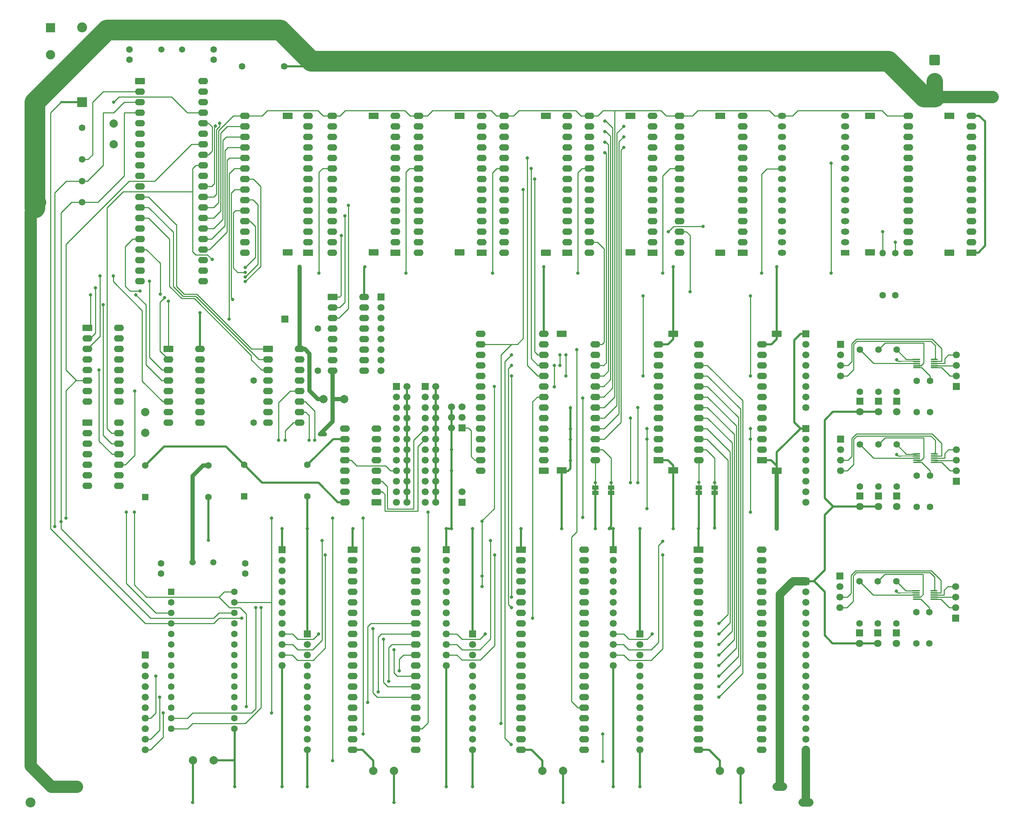
<source format=gtl>
G04 #@! TF.GenerationSoftware,KiCad,Pcbnew,9.0.2*
G04 #@! TF.CreationDate,2025-07-01T19:52:47+02:00*
G04 #@! TF.ProjectId,CPU_X-3,4350555f-582d-4332-9e6b-696361645f70,3*
G04 #@! TF.SameCoordinates,Original*
G04 #@! TF.FileFunction,Copper,L1,Top*
G04 #@! TF.FilePolarity,Positive*
%FSLAX46Y46*%
G04 Gerber Fmt 4.6, Leading zero omitted, Abs format (unit mm)*
G04 Created by KiCad (PCBNEW 9.0.2) date 2025-07-01 19:52:47*
%MOMM*%
%LPD*%
G01*
G04 APERTURE LIST*
G04 Aperture macros list*
%AMRoundRect*
0 Rectangle with rounded corners*
0 $1 Rounding radius*
0 $2 $3 $4 $5 $6 $7 $8 $9 X,Y pos of 4 corners*
0 Add a 4 corners polygon primitive as box body*
4,1,4,$2,$3,$4,$5,$6,$7,$8,$9,$2,$3,0*
0 Add four circle primitives for the rounded corners*
1,1,$1+$1,$2,$3*
1,1,$1+$1,$4,$5*
1,1,$1+$1,$6,$7*
1,1,$1+$1,$8,$9*
0 Add four rect primitives between the rounded corners*
20,1,$1+$1,$2,$3,$4,$5,0*
20,1,$1+$1,$4,$5,$6,$7,0*
20,1,$1+$1,$6,$7,$8,$9,0*
20,1,$1+$1,$8,$9,$2,$3,0*%
G04 Aperture macros list end*
G04 #@! TA.AperFunction,EtchedComponent*
%ADD10C,0.000000*%
G04 #@! TD*
G04 #@! TA.AperFunction,ComponentPad*
%ADD11C,1.800000*%
G04 #@! TD*
G04 #@! TA.AperFunction,ComponentPad*
%ADD12R,1.800000X1.800000*%
G04 #@! TD*
G04 #@! TA.AperFunction,ComponentPad*
%ADD13C,1.600000*%
G04 #@! TD*
G04 #@! TA.AperFunction,ComponentPad*
%ADD14R,1.700000X1.700000*%
G04 #@! TD*
G04 #@! TA.AperFunction,ComponentPad*
%ADD15C,1.700000*%
G04 #@! TD*
G04 #@! TA.AperFunction,ComponentPad*
%ADD16RoundRect,0.142858X-1.057142X-0.657142X1.057142X-0.657142X1.057142X0.657142X-1.057142X0.657142X0*%
G04 #@! TD*
G04 #@! TA.AperFunction,ComponentPad*
%ADD17R,2.400000X1.600000*%
G04 #@! TD*
G04 #@! TA.AperFunction,SMDPad,CuDef*
%ADD18R,1.500000X1.000000*%
G04 #@! TD*
G04 #@! TA.AperFunction,ComponentPad*
%ADD19C,2.000000*%
G04 #@! TD*
G04 #@! TA.AperFunction,ComponentPad*
%ADD20RoundRect,0.250000X-0.950000X-0.550000X0.950000X-0.550000X0.950000X0.550000X-0.950000X0.550000X0*%
G04 #@! TD*
G04 #@! TA.AperFunction,ComponentPad*
%ADD21O,2.400000X1.600000*%
G04 #@! TD*
G04 #@! TA.AperFunction,ComponentPad*
%ADD22C,2.400000*%
G04 #@! TD*
G04 #@! TA.AperFunction,ComponentPad*
%ADD23C,1.500000*%
G04 #@! TD*
G04 #@! TA.AperFunction,ComponentPad*
%ADD24RoundRect,0.142858X1.057142X0.657142X-1.057142X0.657142X-1.057142X-0.657142X1.057142X-0.657142X0*%
G04 #@! TD*
G04 #@! TA.AperFunction,SMDPad,CuDef*
%ADD25RoundRect,0.087500X0.725000X0.087500X-0.725000X0.087500X-0.725000X-0.087500X0.725000X-0.087500X0*%
G04 #@! TD*
G04 #@! TA.AperFunction,ComponentPad*
%ADD26RoundRect,0.250000X0.950000X0.550000X-0.950000X0.550000X-0.950000X-0.550000X0.950000X-0.550000X0*%
G04 #@! TD*
G04 #@! TA.AperFunction,ComponentPad*
%ADD27R,2.000000X1.440000*%
G04 #@! TD*
G04 #@! TA.AperFunction,ComponentPad*
%ADD28O,2.000000X1.440000*%
G04 #@! TD*
G04 #@! TA.AperFunction,ComponentPad*
%ADD29R,1.600000X1.600000*%
G04 #@! TD*
G04 #@! TA.AperFunction,ComponentPad*
%ADD30RoundRect,0.250000X-1.000000X1.000000X-1.000000X-1.000000X1.000000X-1.000000X1.000000X1.000000X0*%
G04 #@! TD*
G04 #@! TA.AperFunction,ComponentPad*
%ADD31C,2.500000*%
G04 #@! TD*
G04 #@! TA.AperFunction,ComponentPad*
%ADD32RoundRect,0.250000X-0.550000X-0.550000X0.550000X-0.550000X0.550000X0.550000X-0.550000X0.550000X0*%
G04 #@! TD*
G04 #@! TA.AperFunction,ComponentPad*
%ADD33RoundRect,0.250001X0.949999X-0.949999X0.949999X0.949999X-0.949999X0.949999X-0.949999X-0.949999X0*%
G04 #@! TD*
G04 #@! TA.AperFunction,ComponentPad*
%ADD34R,2.250000X2.250000*%
G04 #@! TD*
G04 #@! TA.AperFunction,ComponentPad*
%ADD35C,2.250000*%
G04 #@! TD*
G04 #@! TA.AperFunction,SMDPad,CuDef*
%ADD36C,1.000000*%
G04 #@! TD*
G04 #@! TA.AperFunction,ComponentPad*
%ADD37O,1.600000X1.600000*%
G04 #@! TD*
G04 #@! TA.AperFunction,ViaPad*
%ADD38C,0.800000*%
G04 #@! TD*
G04 #@! TA.AperFunction,Conductor*
%ADD39C,0.500000*%
G04 #@! TD*
G04 #@! TA.AperFunction,Conductor*
%ADD40C,1.000000*%
G04 #@! TD*
G04 #@! TA.AperFunction,Conductor*
%ADD41C,0.250000*%
G04 #@! TD*
G04 #@! TA.AperFunction,Conductor*
%ADD42C,2.000000*%
G04 #@! TD*
G04 #@! TA.AperFunction,Conductor*
%ADD43C,3.000000*%
G04 #@! TD*
G04 #@! TA.AperFunction,Conductor*
%ADD44C,5.000000*%
G04 #@! TD*
G04 #@! TA.AperFunction,Conductor*
%ADD45C,0.200000*%
G04 #@! TD*
G04 #@! TA.AperFunction,Conductor*
%ADD46C,4.000000*%
G04 #@! TD*
G04 APERTURE END LIST*
D10*
G04 #@! TA.AperFunction,EtchedComponent*
G36*
X171115000Y-144649000D02*
G01*
X170515000Y-144649000D01*
X170515000Y-144149000D01*
X171115000Y-144149000D01*
X171115000Y-144649000D01*
G37*
G04 #@! TD.AperFunction*
G04 #@! TA.AperFunction,EtchedComponent*
G36*
X196134000Y-144664000D02*
G01*
X195534000Y-144664000D01*
X195534000Y-144164000D01*
X196134000Y-144164000D01*
X196134000Y-144664000D01*
G37*
G04 #@! TD.AperFunction*
G04 #@! TA.AperFunction,EtchedComponent*
G36*
X192324000Y-144664000D02*
G01*
X191724000Y-144664000D01*
X191724000Y-144164000D01*
X192324000Y-144164000D01*
X192324000Y-144664000D01*
G37*
G04 #@! TD.AperFunction*
G04 #@! TA.AperFunction,EtchedComponent*
G36*
X167305000Y-144664000D02*
G01*
X166705000Y-144664000D01*
X166705000Y-144164000D01*
X167305000Y-144164000D01*
X167305000Y-144664000D01*
G37*
G04 #@! TD.AperFunction*
D11*
X235331000Y-148396000D03*
D12*
X235331000Y-145856000D03*
D13*
X100076000Y-105410000D03*
X100076000Y-115570000D03*
D14*
X226187000Y-109280000D03*
D15*
X226187000Y-111820000D03*
X226187000Y-114360000D03*
X226187000Y-116900000D03*
D13*
X230759000Y-176530000D03*
X230759000Y-166370000D03*
D16*
X252476000Y-87122000D03*
D17*
X252476000Y-54122000D03*
D16*
X134239000Y-87102000D03*
D17*
X134239000Y-54102000D03*
D14*
X91440000Y-158750000D03*
D15*
X91440000Y-161290000D03*
X91440000Y-163830000D03*
X91440000Y-166370000D03*
X91440000Y-168910000D03*
X91440000Y-171450000D03*
X91440000Y-173990000D03*
X91440000Y-176530000D03*
X91440000Y-179070000D03*
X91440000Y-181610000D03*
X91440000Y-184150000D03*
X91440000Y-186690000D03*
D18*
X170815000Y-143749000D03*
X170815000Y-145049000D03*
D19*
X50800000Y-60960000D03*
X50800000Y-55960000D03*
D13*
X33020000Y-74930000D03*
X43180000Y-74930000D03*
D14*
X254000000Y-175260000D03*
D15*
X254000000Y-172720000D03*
X254000000Y-170180000D03*
X254000000Y-167640000D03*
D13*
X82550000Y-164572000D03*
X82550000Y-162072000D03*
D12*
X230886000Y-145856000D03*
D11*
X230886000Y-148396000D03*
D14*
X115316000Y-97790000D03*
D15*
X115316000Y-100330000D03*
X115316000Y-102870000D03*
X115316000Y-105410000D03*
X115316000Y-107950000D03*
X115316000Y-110490000D03*
X115316000Y-113030000D03*
X115316000Y-115570000D03*
D16*
X175514000Y-87102000D03*
D17*
X175514000Y-54102000D03*
D14*
X254127000Y-142300000D03*
D15*
X254127000Y-139760000D03*
X254127000Y-137220000D03*
X254127000Y-134680000D03*
D20*
X103632000Y-97790000D03*
D21*
X103632000Y-100330000D03*
X103632000Y-102870000D03*
X103632000Y-105410000D03*
X103632000Y-107950000D03*
X103632000Y-110490000D03*
X103632000Y-113030000D03*
X103632000Y-115570000D03*
X111252000Y-115570000D03*
X111252000Y-113030000D03*
X111252000Y-110490000D03*
X111252000Y-107950000D03*
X111252000Y-105410000D03*
X111252000Y-102870000D03*
X111252000Y-100330000D03*
X111252000Y-97790000D03*
D18*
X195834000Y-143764000D03*
X195834000Y-145064000D03*
D13*
X235204000Y-176530000D03*
X235204000Y-166370000D03*
D14*
X226060000Y-165100000D03*
D15*
X226060000Y-167640000D03*
X226060000Y-170180000D03*
X226060000Y-172720000D03*
D13*
X91948000Y-42164000D03*
X81788000Y-42164000D03*
X54610000Y-38100000D03*
X54610000Y-40600000D03*
D22*
X41910000Y-215900000D03*
D14*
X177800000Y-179070000D03*
D15*
X177800000Y-181610000D03*
X177800000Y-184150000D03*
X177800000Y-186690000D03*
X177800000Y-189230000D03*
X177800000Y-191770000D03*
X177800000Y-194310000D03*
X177800000Y-196850000D03*
X177800000Y-199390000D03*
X177800000Y-201930000D03*
X177800000Y-204470000D03*
X177800000Y-207010000D03*
D14*
X118999000Y-119380000D03*
D15*
X121539000Y-119380000D03*
X118999000Y-121920000D03*
X121539000Y-121920000D03*
X118999000Y-124460000D03*
X121539000Y-124460000D03*
X118999000Y-127000000D03*
X121539000Y-127000000D03*
X118999000Y-129540000D03*
X121539000Y-129540000D03*
X118999000Y-132080000D03*
X121539000Y-132080000D03*
X118999000Y-134620000D03*
X121539000Y-134620000D03*
X118999000Y-137160000D03*
X121539000Y-137160000D03*
X118999000Y-139700000D03*
X121539000Y-139700000D03*
X118999000Y-142240000D03*
X121539000Y-142240000D03*
X118999000Y-144780000D03*
X121539000Y-144780000D03*
X118999000Y-147320000D03*
X121539000Y-147320000D03*
D17*
X191897000Y-158750000D03*
D21*
X191897000Y-161290000D03*
X191897000Y-163830000D03*
X191897000Y-166370000D03*
X191897000Y-168910000D03*
X191897000Y-171450000D03*
X191897000Y-173990000D03*
X191897000Y-176530000D03*
X191897000Y-179070000D03*
X191897000Y-181610000D03*
X191897000Y-184150000D03*
X191897000Y-186690000D03*
X191897000Y-189230000D03*
X191897000Y-191770000D03*
X191897000Y-194310000D03*
X191897000Y-196850000D03*
X191897000Y-199390000D03*
X191897000Y-201930000D03*
X191897000Y-204470000D03*
X191897000Y-207010000D03*
X207137000Y-207010000D03*
X207137000Y-204470000D03*
X207137000Y-201930000D03*
X207137000Y-199390000D03*
X207137000Y-196850000D03*
X207137000Y-194310000D03*
X207137000Y-191770000D03*
X207137000Y-189230000D03*
X207137000Y-186690000D03*
X207137000Y-184150000D03*
X207137000Y-181610000D03*
X207137000Y-179070000D03*
X207137000Y-176530000D03*
X207137000Y-173990000D03*
X207137000Y-171450000D03*
X207137000Y-168910000D03*
X207137000Y-166370000D03*
X207137000Y-163830000D03*
X207137000Y-161290000D03*
X207137000Y-158750000D03*
D12*
X239776000Y-122996000D03*
D11*
X239776000Y-125536000D03*
D16*
X92750000Y-87102000D03*
D17*
X92750000Y-54102000D03*
D12*
X230759000Y-178816000D03*
D11*
X230759000Y-181356000D03*
D14*
X217805000Y-129540000D03*
D15*
X217805000Y-132080000D03*
X217805000Y-134620000D03*
X217805000Y-137160000D03*
X217805000Y-139700000D03*
X217805000Y-142240000D03*
X217805000Y-144780000D03*
X217805000Y-147320000D03*
D23*
X62312500Y-38100000D03*
X67312500Y-38100000D03*
D13*
X62230000Y-162072000D03*
X62230000Y-164572000D03*
D23*
X69850000Y-161798000D03*
X74850000Y-161798000D03*
D20*
X44450000Y-128143000D03*
D21*
X44450000Y-130683000D03*
X44450000Y-133223000D03*
X44450000Y-135763000D03*
X44450000Y-138303000D03*
X44450000Y-140843000D03*
X44450000Y-143383000D03*
X52070000Y-143383000D03*
X52070000Y-140843000D03*
X52070000Y-138303000D03*
X52070000Y-135763000D03*
X52070000Y-133223000D03*
X52070000Y-130683000D03*
X52070000Y-128143000D03*
D13*
X230886000Y-120710000D03*
X230886000Y-110550000D03*
D17*
X257810000Y-87122000D03*
D21*
X257810000Y-84582000D03*
X257810000Y-82042000D03*
X257810000Y-79502000D03*
X257810000Y-76962000D03*
X257810000Y-74422000D03*
X257810000Y-71882000D03*
X257810000Y-69342000D03*
X257810000Y-66802000D03*
X257810000Y-64262000D03*
X257810000Y-61722000D03*
X257810000Y-59182000D03*
X257810000Y-56642000D03*
X257810000Y-54102000D03*
X242570000Y-54102000D03*
X242570000Y-56642000D03*
X242570000Y-59182000D03*
X242570000Y-61722000D03*
X242570000Y-64262000D03*
X242570000Y-66802000D03*
X242570000Y-69342000D03*
X242570000Y-71882000D03*
X242570000Y-74422000D03*
X242570000Y-76962000D03*
X242570000Y-79502000D03*
X242570000Y-82042000D03*
X242570000Y-84582000D03*
X242570000Y-87122000D03*
D19*
X101426000Y-122428000D03*
X106426000Y-122428000D03*
X197057000Y-212090000D03*
X202057000Y-212090000D03*
D24*
X185801000Y-106680000D03*
D17*
X185801000Y-139680000D03*
D25*
X248827000Y-114868000D03*
X248827000Y-114368000D03*
X248827000Y-113868000D03*
X248827000Y-113368000D03*
X248827000Y-112868000D03*
X244602000Y-112868000D03*
X244602000Y-113368000D03*
X244602000Y-113868000D03*
X244602000Y-114368000D03*
X244602000Y-114868000D03*
D20*
X64008000Y-110363000D03*
D21*
X64008000Y-112903000D03*
X64008000Y-115443000D03*
X64008000Y-117983000D03*
X64008000Y-120523000D03*
X64008000Y-123063000D03*
X64008000Y-125603000D03*
X64008000Y-128143000D03*
X71628000Y-128143000D03*
X71628000Y-125603000D03*
X71628000Y-123063000D03*
X71628000Y-120523000D03*
X71628000Y-117983000D03*
X71628000Y-115443000D03*
X71628000Y-112903000D03*
X71628000Y-110363000D03*
D17*
X180848000Y-87122000D03*
D21*
X180848000Y-84582000D03*
X180848000Y-82042000D03*
X180848000Y-79502000D03*
X180848000Y-76962000D03*
X180848000Y-74422000D03*
X180848000Y-71882000D03*
X180848000Y-69342000D03*
X180848000Y-66802000D03*
X180848000Y-64262000D03*
X180848000Y-61722000D03*
X180848000Y-59182000D03*
X180848000Y-56642000D03*
X180848000Y-54102000D03*
X165608000Y-54102000D03*
X165608000Y-56642000D03*
X165608000Y-59182000D03*
X165608000Y-61722000D03*
X165608000Y-64262000D03*
X165608000Y-66802000D03*
X165608000Y-69342000D03*
X165608000Y-71882000D03*
X165608000Y-74422000D03*
X165608000Y-76962000D03*
X165608000Y-79502000D03*
X165608000Y-82042000D03*
X165608000Y-84582000D03*
X165608000Y-87122000D03*
D19*
X113428175Y-212090000D03*
X118428175Y-212090000D03*
X154258000Y-212090000D03*
X159258000Y-212090000D03*
D17*
X207264000Y-137160000D03*
D21*
X207264000Y-134620000D03*
X207264000Y-132080000D03*
X207264000Y-129540000D03*
X207264000Y-127000000D03*
X207264000Y-124460000D03*
X207264000Y-121920000D03*
X207264000Y-119380000D03*
X207264000Y-116840000D03*
X207264000Y-114300000D03*
X207264000Y-111760000D03*
X207264000Y-109220000D03*
X192024000Y-109220000D03*
X192024000Y-111760000D03*
X192024000Y-114300000D03*
X192024000Y-116840000D03*
X192024000Y-119380000D03*
X192024000Y-121920000D03*
X192024000Y-124460000D03*
X192024000Y-127000000D03*
X192024000Y-129540000D03*
X192024000Y-132080000D03*
X192024000Y-134620000D03*
X192024000Y-137160000D03*
D13*
X239776000Y-110550000D03*
X239776000Y-120710000D03*
D12*
X230886000Y-122996000D03*
D11*
X230886000Y-125536000D03*
D13*
X239395000Y-97409000D03*
X239395000Y-87249000D03*
D12*
X239776000Y-145856000D03*
D11*
X239776000Y-148396000D03*
D20*
X88011000Y-110363000D03*
D21*
X88011000Y-112903000D03*
X88011000Y-115443000D03*
X88011000Y-117983000D03*
X88011000Y-120523000D03*
X88011000Y-123063000D03*
X88011000Y-125603000D03*
X88011000Y-128143000D03*
X95631000Y-128143000D03*
X95631000Y-125603000D03*
X95631000Y-123063000D03*
X95631000Y-120523000D03*
X95631000Y-117983000D03*
X95631000Y-115443000D03*
X95631000Y-112903000D03*
X95631000Y-110363000D03*
D24*
X158924000Y-106680000D03*
D17*
X158924000Y-139680000D03*
D14*
X125984000Y-119380000D03*
D15*
X128524000Y-119380000D03*
X125984000Y-121920000D03*
X128524000Y-121920000D03*
X125984000Y-124460000D03*
X128524000Y-124460000D03*
X125984000Y-127000000D03*
X128524000Y-127000000D03*
X125984000Y-129540000D03*
X128524000Y-129540000D03*
X125984000Y-132080000D03*
X128524000Y-132080000D03*
X125984000Y-134620000D03*
X128524000Y-134620000D03*
X125984000Y-137160000D03*
X128524000Y-137160000D03*
X125984000Y-139700000D03*
X128524000Y-139700000D03*
X125984000Y-142240000D03*
X128524000Y-142240000D03*
X125984000Y-144780000D03*
X128524000Y-144780000D03*
X125984000Y-147320000D03*
X128524000Y-147320000D03*
D26*
X114173000Y-147320000D03*
D21*
X114173000Y-144780000D03*
X114173000Y-142240000D03*
X114173000Y-139700000D03*
X114173000Y-137160000D03*
X114173000Y-134620000D03*
X114173000Y-132080000D03*
X114173000Y-129540000D03*
X106553000Y-129540000D03*
X106553000Y-132080000D03*
X106553000Y-134620000D03*
X106553000Y-137160000D03*
X106553000Y-139700000D03*
X106553000Y-142240000D03*
X106553000Y-144780000D03*
X106553000Y-147320000D03*
D20*
X44450000Y-105283000D03*
D21*
X44450000Y-107823000D03*
X44450000Y-110363000D03*
X44450000Y-112903000D03*
X44450000Y-115443000D03*
X44450000Y-117983000D03*
X44450000Y-120523000D03*
X44450000Y-123063000D03*
X52070000Y-123063000D03*
X52070000Y-120523000D03*
X52070000Y-117983000D03*
X52070000Y-115443000D03*
X52070000Y-112903000D03*
X52070000Y-110363000D03*
X52070000Y-107823000D03*
X52070000Y-105283000D03*
D18*
X192024000Y-143764000D03*
X192024000Y-145064000D03*
D26*
X154559000Y-139700000D03*
D21*
X154559000Y-137160000D03*
X154559000Y-134620000D03*
X154559000Y-132080000D03*
X154559000Y-129540000D03*
X154559000Y-127000000D03*
X154559000Y-124460000D03*
X154559000Y-121920000D03*
X154559000Y-119380000D03*
X154559000Y-116840000D03*
X154559000Y-114300000D03*
X154559000Y-111760000D03*
X154559000Y-109220000D03*
X154559000Y-106680000D03*
X139319000Y-106680000D03*
X139319000Y-109220000D03*
X139319000Y-111760000D03*
X139319000Y-114300000D03*
X139319000Y-116840000D03*
X139319000Y-119380000D03*
X139319000Y-121920000D03*
X139319000Y-124460000D03*
X139319000Y-127000000D03*
X139319000Y-129540000D03*
X139319000Y-132080000D03*
X139319000Y-134620000D03*
X139319000Y-137160000D03*
X139319000Y-139700000D03*
D13*
X247777000Y-118043000D03*
X247777000Y-125543000D03*
X84582000Y-117983000D03*
X84582000Y-128143000D03*
D14*
X92075000Y-103124000D03*
D17*
X118745000Y-87122000D03*
D21*
X118745000Y-84582000D03*
X118745000Y-82042000D03*
X118745000Y-79502000D03*
X118745000Y-76962000D03*
X118745000Y-74422000D03*
X118745000Y-71882000D03*
X118745000Y-69342000D03*
X118745000Y-66802000D03*
X118745000Y-64262000D03*
X118745000Y-61722000D03*
X118745000Y-59182000D03*
X118745000Y-56642000D03*
X118745000Y-54102000D03*
X103505000Y-54102000D03*
X103505000Y-56642000D03*
X103505000Y-59182000D03*
X103505000Y-61722000D03*
X103505000Y-64262000D03*
X103505000Y-66802000D03*
X103505000Y-69342000D03*
X103505000Y-71882000D03*
X103505000Y-74422000D03*
X103505000Y-76962000D03*
X103505000Y-79502000D03*
X103505000Y-82042000D03*
X103505000Y-84582000D03*
X103505000Y-87122000D03*
D27*
X227330000Y-87122000D03*
D28*
X227330000Y-84582000D03*
X227330000Y-82042000D03*
X227330000Y-79502000D03*
X227330000Y-76962000D03*
X227330000Y-74422000D03*
X227330000Y-71882000D03*
X227330000Y-69342000D03*
X227330000Y-66802000D03*
X227330000Y-64262000D03*
X227330000Y-61722000D03*
X227330000Y-59182000D03*
X227330000Y-56642000D03*
X227330000Y-54102000D03*
X212090000Y-54102000D03*
X212090000Y-56642000D03*
X212090000Y-59182000D03*
X212090000Y-61722000D03*
X212090000Y-64262000D03*
X212090000Y-66802000D03*
X212090000Y-69342000D03*
X212090000Y-71882000D03*
X212090000Y-74422000D03*
X212090000Y-76962000D03*
X212090000Y-79502000D03*
X212090000Y-82042000D03*
X212090000Y-84582000D03*
X212090000Y-87122000D03*
D29*
X82296000Y-145923000D03*
D13*
X97536000Y-145923000D03*
X97536000Y-138303000D03*
X82296000Y-138303000D03*
D16*
X155067000Y-87122000D03*
D17*
X155067000Y-54122000D03*
X182245000Y-137160000D03*
D21*
X182245000Y-134620000D03*
X182245000Y-132080000D03*
X182245000Y-129540000D03*
X182245000Y-127000000D03*
X182245000Y-124460000D03*
X182245000Y-121920000D03*
X182245000Y-119380000D03*
X182245000Y-116840000D03*
X182245000Y-114300000D03*
X182245000Y-111760000D03*
X182245000Y-109220000D03*
X167005000Y-109220000D03*
X167005000Y-111760000D03*
X167005000Y-114300000D03*
X167005000Y-116840000D03*
X167005000Y-119380000D03*
X167005000Y-121920000D03*
X167005000Y-124460000D03*
X167005000Y-127000000D03*
X167005000Y-129540000D03*
X167005000Y-132080000D03*
X167005000Y-134620000D03*
X167005000Y-137160000D03*
D25*
X248700000Y-170688000D03*
X248700000Y-170188000D03*
X248700000Y-169688000D03*
X248700000Y-169188000D03*
X248700000Y-168688000D03*
X244475000Y-168688000D03*
X244475000Y-169188000D03*
X244475000Y-169688000D03*
X244475000Y-170188000D03*
X244475000Y-170688000D03*
X248827000Y-137696000D03*
X248827000Y-137196000D03*
X248827000Y-136696000D03*
X248827000Y-136196000D03*
X248827000Y-135696000D03*
X244602000Y-135696000D03*
X244602000Y-136196000D03*
X244602000Y-136696000D03*
X244602000Y-137196000D03*
X244602000Y-137696000D03*
D17*
X108458000Y-158750000D03*
D21*
X108458000Y-161290000D03*
X108458000Y-163830000D03*
X108458000Y-166370000D03*
X108458000Y-168910000D03*
X108458000Y-171450000D03*
X108458000Y-173990000D03*
X108458000Y-176530000D03*
X108458000Y-179070000D03*
X108458000Y-181610000D03*
X108458000Y-184150000D03*
X108458000Y-186690000D03*
X108458000Y-189230000D03*
X108458000Y-191770000D03*
X108458000Y-194310000D03*
X108458000Y-196850000D03*
X108458000Y-199390000D03*
X108458000Y-201930000D03*
X108458000Y-204470000D03*
X108458000Y-207010000D03*
X123698000Y-207010000D03*
X123698000Y-204470000D03*
X123698000Y-201930000D03*
X123698000Y-199390000D03*
X123698000Y-196850000D03*
X123698000Y-194310000D03*
X123698000Y-191770000D03*
X123698000Y-189230000D03*
X123698000Y-186690000D03*
X123698000Y-184150000D03*
X123698000Y-181610000D03*
X123698000Y-179070000D03*
X123698000Y-176530000D03*
X123698000Y-173990000D03*
X123698000Y-171450000D03*
X123698000Y-168910000D03*
X123698000Y-166370000D03*
X123698000Y-163830000D03*
X123698000Y-161290000D03*
X123698000Y-158750000D03*
D30*
X248920000Y-40640000D03*
D31*
X248920000Y-45720000D03*
D13*
X235331000Y-120710000D03*
X235331000Y-110550000D03*
X239776000Y-133410000D03*
X239776000Y-143570000D03*
D14*
X134874000Y-147320000D03*
D15*
X134874000Y-144780000D03*
D13*
X247777000Y-140903000D03*
X247777000Y-148403000D03*
X33020000Y-57040000D03*
X43180000Y-57040000D03*
D24*
X210820000Y-106700000D03*
D17*
X210820000Y-139700000D03*
D14*
X131064000Y-158750000D03*
D15*
X131064000Y-161290000D03*
X131064000Y-163830000D03*
X131064000Y-166370000D03*
X131064000Y-168910000D03*
X131064000Y-171450000D03*
X131064000Y-173990000D03*
X131064000Y-176530000D03*
X131064000Y-179070000D03*
X131064000Y-181610000D03*
X131064000Y-184150000D03*
X131064000Y-186690000D03*
D13*
X247650000Y-173856000D03*
X247650000Y-181356000D03*
X244602000Y-140903000D03*
X244602000Y-148403000D03*
D17*
X139573000Y-87122000D03*
D21*
X139573000Y-84582000D03*
X139573000Y-82042000D03*
X139573000Y-79502000D03*
X139573000Y-76962000D03*
X139573000Y-74422000D03*
X139573000Y-71882000D03*
X139573000Y-69342000D03*
X139573000Y-66802000D03*
X139573000Y-64262000D03*
X139573000Y-61722000D03*
X139573000Y-59182000D03*
X139573000Y-56642000D03*
X139573000Y-54102000D03*
X124333000Y-54102000D03*
X124333000Y-56642000D03*
X124333000Y-59182000D03*
X124333000Y-61722000D03*
X124333000Y-64262000D03*
X124333000Y-66802000D03*
X124333000Y-69342000D03*
X124333000Y-71882000D03*
X124333000Y-74422000D03*
X124333000Y-76962000D03*
X124333000Y-79502000D03*
X124333000Y-82042000D03*
X124333000Y-84582000D03*
X124333000Y-87122000D03*
D19*
X58420000Y-130603000D03*
X58420000Y-125603000D03*
D17*
X160274000Y-87122000D03*
D21*
X160274000Y-84582000D03*
X160274000Y-82042000D03*
X160274000Y-79502000D03*
X160274000Y-76962000D03*
X160274000Y-74422000D03*
X160274000Y-71882000D03*
X160274000Y-69342000D03*
X160274000Y-66802000D03*
X160274000Y-64262000D03*
X160274000Y-61722000D03*
X160274000Y-59182000D03*
X160274000Y-56642000D03*
X160274000Y-54102000D03*
X145034000Y-54102000D03*
X145034000Y-56642000D03*
X145034000Y-59182000D03*
X145034000Y-61722000D03*
X145034000Y-64262000D03*
X145034000Y-66802000D03*
X145034000Y-69342000D03*
X145034000Y-71882000D03*
X145034000Y-74422000D03*
X145034000Y-76962000D03*
X145034000Y-79502000D03*
X145034000Y-82042000D03*
X145034000Y-84582000D03*
X145034000Y-87122000D03*
D17*
X97663000Y-87122000D03*
D21*
X97663000Y-84582000D03*
X97663000Y-82042000D03*
X97663000Y-79502000D03*
X97663000Y-76962000D03*
X97663000Y-74422000D03*
X97663000Y-71882000D03*
X97663000Y-69342000D03*
X97663000Y-66802000D03*
X97663000Y-64262000D03*
X97663000Y-61722000D03*
X97663000Y-59182000D03*
X97663000Y-56642000D03*
X97663000Y-54102000D03*
X82423000Y-54102000D03*
X82423000Y-56642000D03*
X82423000Y-59182000D03*
X82423000Y-61722000D03*
X82423000Y-64262000D03*
X82423000Y-66802000D03*
X82423000Y-69342000D03*
X82423000Y-71882000D03*
X82423000Y-74422000D03*
X82423000Y-76962000D03*
X82423000Y-79502000D03*
X82423000Y-82042000D03*
X82423000Y-84582000D03*
X82423000Y-87122000D03*
D16*
X233299000Y-87102000D03*
D17*
X233299000Y-54102000D03*
D14*
X171323000Y-158750000D03*
D15*
X171323000Y-161290000D03*
X171323000Y-163830000D03*
X171323000Y-166370000D03*
X171323000Y-168910000D03*
X171323000Y-171450000D03*
X171323000Y-173990000D03*
X171323000Y-176530000D03*
X171323000Y-179070000D03*
X171323000Y-181610000D03*
X171323000Y-184150000D03*
X171323000Y-186690000D03*
D16*
X113538000Y-87102000D03*
D17*
X113538000Y-54102000D03*
D12*
X235331000Y-122996000D03*
D11*
X235331000Y-125536000D03*
D14*
X217805000Y-166370000D03*
D15*
X217805000Y-168910000D03*
X217805000Y-171450000D03*
X217805000Y-173990000D03*
X217805000Y-176530000D03*
X217805000Y-179070000D03*
X217805000Y-181610000D03*
X217805000Y-184150000D03*
X217805000Y-186690000D03*
X217805000Y-189230000D03*
X217805000Y-191770000D03*
X217805000Y-194310000D03*
X217805000Y-196850000D03*
X217805000Y-199390000D03*
X217805000Y-201930000D03*
X217805000Y-204470000D03*
X217805000Y-207010000D03*
D32*
X64643000Y-168910000D03*
D13*
X64643000Y-171450000D03*
X64643000Y-173990000D03*
X64643000Y-176530000D03*
X64643000Y-179070000D03*
X64643000Y-181610000D03*
X64643000Y-184150000D03*
X64643000Y-186690000D03*
X64643000Y-189230000D03*
X64643000Y-191770000D03*
X64643000Y-194310000D03*
X64643000Y-196850000D03*
X64643000Y-199390000D03*
X64643000Y-201930000D03*
X79883000Y-201930000D03*
X79883000Y-199390000D03*
X79883000Y-196850000D03*
X79883000Y-194310000D03*
X79883000Y-191770000D03*
X79883000Y-189230000D03*
X79883000Y-186690000D03*
X79883000Y-184150000D03*
X79883000Y-181610000D03*
X79883000Y-179070000D03*
X79883000Y-176530000D03*
X79883000Y-173990000D03*
X79883000Y-171450000D03*
X79883000Y-168910000D03*
D17*
X202565000Y-87122000D03*
D21*
X202565000Y-84582000D03*
X202565000Y-82042000D03*
X202565000Y-79502000D03*
X202565000Y-76962000D03*
X202565000Y-74422000D03*
X202565000Y-71882000D03*
X202565000Y-69342000D03*
X202565000Y-66802000D03*
X202565000Y-64262000D03*
X202565000Y-61722000D03*
X202565000Y-59182000D03*
X202565000Y-56642000D03*
X202565000Y-54102000D03*
X187325000Y-54102000D03*
X187325000Y-56642000D03*
X187325000Y-59182000D03*
X187325000Y-61722000D03*
X187325000Y-64262000D03*
X187325000Y-66802000D03*
X187325000Y-69342000D03*
X187325000Y-71882000D03*
X187325000Y-74422000D03*
X187325000Y-76962000D03*
X187325000Y-79502000D03*
X187325000Y-82042000D03*
X187325000Y-84582000D03*
X187325000Y-87122000D03*
D22*
X30734000Y-219710000D03*
D14*
X226187000Y-132140000D03*
D15*
X226187000Y-134680000D03*
X226187000Y-137220000D03*
X226187000Y-139760000D03*
D13*
X33020000Y-69850000D03*
X43180000Y-69850000D03*
D29*
X58420000Y-146050000D03*
D13*
X73660000Y-146050000D03*
X73660000Y-138430000D03*
X58420000Y-138430000D03*
D33*
X43180000Y-50800000D03*
D22*
X43180000Y-32800000D03*
D13*
X244602000Y-118043000D03*
X244602000Y-125543000D03*
D14*
X217805000Y-106680000D03*
D15*
X217805000Y-109220000D03*
X217805000Y-111760000D03*
X217805000Y-114300000D03*
X217805000Y-116840000D03*
X217805000Y-119380000D03*
X217805000Y-121920000D03*
X217805000Y-124460000D03*
D12*
X235204000Y-178816000D03*
D11*
X235204000Y-181356000D03*
D13*
X33020000Y-64660000D03*
X43180000Y-64660000D03*
D14*
X254127000Y-119440000D03*
D15*
X254127000Y-116900000D03*
X254127000Y-114360000D03*
X254127000Y-111820000D03*
D13*
X239649000Y-166370000D03*
X239649000Y-176530000D03*
D12*
X239649000Y-178816000D03*
D11*
X239649000Y-181356000D03*
D14*
X97536000Y-179070000D03*
D15*
X97536000Y-181610000D03*
X97536000Y-184150000D03*
X97536000Y-186690000D03*
X97536000Y-189230000D03*
X97536000Y-191770000D03*
X97536000Y-194310000D03*
X97536000Y-196850000D03*
X97536000Y-199390000D03*
X97536000Y-201930000D03*
X97536000Y-204470000D03*
X97536000Y-207010000D03*
D13*
X74930000Y-40600000D03*
X74930000Y-38100000D03*
D34*
X35565000Y-32905000D03*
D35*
X35565000Y-39405000D03*
D17*
X149098000Y-158750000D03*
D21*
X149098000Y-161290000D03*
X149098000Y-163830000D03*
X149098000Y-166370000D03*
X149098000Y-168910000D03*
X149098000Y-171450000D03*
X149098000Y-173990000D03*
X149098000Y-176530000D03*
X149098000Y-179070000D03*
X149098000Y-181610000D03*
X149098000Y-184150000D03*
X149098000Y-186690000D03*
X149098000Y-189230000D03*
X149098000Y-191770000D03*
X149098000Y-194310000D03*
X149098000Y-196850000D03*
X149098000Y-199390000D03*
X149098000Y-201930000D03*
X149098000Y-204470000D03*
X149098000Y-207010000D03*
X164338000Y-207010000D03*
X164338000Y-204470000D03*
X164338000Y-201930000D03*
X164338000Y-199390000D03*
X164338000Y-196850000D03*
X164338000Y-194310000D03*
X164338000Y-191770000D03*
X164338000Y-189230000D03*
X164338000Y-186690000D03*
X164338000Y-184150000D03*
X164338000Y-181610000D03*
X164338000Y-179070000D03*
X164338000Y-176530000D03*
X164338000Y-173990000D03*
X164338000Y-171450000D03*
X164338000Y-168910000D03*
X164338000Y-166370000D03*
X164338000Y-163830000D03*
X164338000Y-161290000D03*
X164338000Y-158750000D03*
D14*
X137414000Y-179070000D03*
D15*
X137414000Y-181610000D03*
X137414000Y-184150000D03*
X137414000Y-186690000D03*
X137414000Y-189230000D03*
X137414000Y-191770000D03*
X137414000Y-194310000D03*
X137414000Y-196850000D03*
X137414000Y-199390000D03*
X137414000Y-201930000D03*
X137414000Y-204470000D03*
X137414000Y-207010000D03*
D14*
X58420000Y-184150000D03*
D15*
X58420000Y-186690000D03*
X58420000Y-189230000D03*
X58420000Y-191770000D03*
X58420000Y-194310000D03*
X58420000Y-196850000D03*
X58420000Y-199390000D03*
X58420000Y-201930000D03*
X58420000Y-204470000D03*
X58420000Y-207010000D03*
D16*
X197144000Y-87112000D03*
D17*
X197144000Y-54112000D03*
D13*
X235331000Y-143570000D03*
X235331000Y-133410000D03*
D18*
X167005000Y-143764000D03*
X167005000Y-145064000D03*
D13*
X230886000Y-143570000D03*
X230886000Y-133410000D03*
D19*
X74890000Y-209550000D03*
X69890000Y-209550000D03*
D20*
X57155000Y-45720000D03*
D21*
X57155000Y-48260000D03*
X57155000Y-50800000D03*
X57155000Y-53340000D03*
X57155000Y-55880000D03*
X57155000Y-58420000D03*
X57155000Y-60960000D03*
X57155000Y-63500000D03*
X57155000Y-66040000D03*
X57155000Y-68580000D03*
X57155000Y-71120000D03*
X57155000Y-73660000D03*
X57155000Y-76200000D03*
X57155000Y-78740000D03*
X57155000Y-81280000D03*
X57155000Y-83820000D03*
X57155000Y-86360000D03*
X57155000Y-88900000D03*
X57155000Y-91440000D03*
X57155000Y-93980000D03*
X72395000Y-93980000D03*
X72395000Y-91440000D03*
X72395000Y-88900000D03*
X72395000Y-86360000D03*
X72395000Y-83820000D03*
X72395000Y-81280000D03*
X72395000Y-78740000D03*
X72395000Y-76200000D03*
X72395000Y-73660000D03*
X72395000Y-71120000D03*
X72395000Y-68580000D03*
X72395000Y-66040000D03*
X72395000Y-63500000D03*
X72395000Y-60960000D03*
X72395000Y-58420000D03*
X72395000Y-55880000D03*
X72395000Y-53340000D03*
X72395000Y-50800000D03*
X72395000Y-48260000D03*
X72395000Y-45720000D03*
D13*
X244475000Y-173856000D03*
X244475000Y-181356000D03*
D14*
X134874000Y-129413000D03*
D15*
X132334000Y-129413000D03*
X134874000Y-126873000D03*
X132334000Y-126873000D03*
X134874000Y-124333000D03*
X132334000Y-124333000D03*
D36*
X263144000Y-49530000D03*
D13*
X236347000Y-97392000D03*
D37*
X236347000Y-87232000D03*
D38*
X132334000Y-134620000D03*
X137414000Y-153670000D03*
X149098000Y-153670000D03*
X132334000Y-153670000D03*
X161036000Y-137287000D03*
X171323000Y-153670000D03*
X161036000Y-124587000D03*
X73660000Y-156464000D03*
X132334000Y-139700000D03*
X69850000Y-219710000D03*
X108522175Y-153670000D03*
X161036000Y-132207000D03*
X202057000Y-219710000D03*
X91440000Y-153670000D03*
X101727000Y-130937000D03*
X195834000Y-153543000D03*
X185801000Y-153670000D03*
X167005000Y-153670000D03*
X118428175Y-219710000D03*
X210820000Y-153670000D03*
X159258000Y-219710000D03*
X170434000Y-153670000D03*
X158924000Y-153670000D03*
X177800000Y-153670000D03*
X131064000Y-153670000D03*
X217043000Y-219710000D03*
X100584000Y-130937000D03*
X218694000Y-219710000D03*
X217805000Y-219710000D03*
X191897000Y-153670000D03*
X97536000Y-153670000D03*
X161036000Y-129667000D03*
X50800000Y-50800000D03*
X151892000Y-175260000D03*
X81661000Y-175260000D03*
X30734000Y-100203000D03*
X210820000Y-215900000D03*
X210820000Y-90551000D03*
X91440000Y-215900000D03*
X111379000Y-90551000D03*
X154559000Y-90551000D03*
X185801000Y-90551000D03*
X239776000Y-135823000D03*
X30734000Y-101600000D03*
X212344000Y-215900000D03*
X97536000Y-215900000D03*
X31750000Y-101600000D03*
X137414000Y-215900000D03*
X239649000Y-168783000D03*
X211582000Y-215900000D03*
X171323000Y-215900000D03*
X131064000Y-215900000D03*
X30734000Y-102870000D03*
X239776000Y-112963000D03*
X177800000Y-215900000D03*
X95631000Y-90551000D03*
X71628000Y-101600000D03*
X30734000Y-125857000D03*
X80010000Y-215900000D03*
X139700000Y-151892000D03*
X142621000Y-119380000D03*
X139700000Y-165100000D03*
X139700000Y-167640000D03*
X36576000Y-153162000D03*
X38100000Y-152019000D03*
X163957000Y-122174000D03*
X163957000Y-151003000D03*
X173863000Y-61722000D03*
X112078175Y-195580000D03*
X196850000Y-176530000D03*
X196850000Y-181610000D03*
X117158175Y-190500000D03*
X173863000Y-56642000D03*
X76327000Y-55880000D03*
X119698175Y-187960000D03*
X196850000Y-184150000D03*
X169291000Y-62992000D03*
X113348175Y-177800000D03*
X196850000Y-194310000D03*
X114618175Y-193040000D03*
X173863000Y-59182000D03*
X75303329Y-56563716D03*
X196850000Y-179070000D03*
X169291000Y-57912000D03*
X118428175Y-182880000D03*
X196850000Y-189230000D03*
X196850000Y-186690000D03*
X169291000Y-55372000D03*
X169291000Y-60452000D03*
X196850000Y-191770000D03*
X115888175Y-180340000D03*
X146812000Y-170180000D03*
X159893000Y-116840000D03*
X159893000Y-111760000D03*
X150622000Y-64262000D03*
X85090000Y-172720000D03*
X146812000Y-116840000D03*
X146685000Y-205740000D03*
X152400000Y-69342000D03*
X158496000Y-114300000D03*
X146812000Y-111760000D03*
X158496000Y-111760000D03*
X144272000Y-200660000D03*
X149606000Y-71882000D03*
X146812000Y-172720000D03*
X86360000Y-172720000D03*
X157099000Y-119507000D03*
X151528000Y-66802000D03*
X146812000Y-114300000D03*
X157099000Y-114300000D03*
X105695750Y-82962750D03*
X63055500Y-97980500D03*
X82550000Y-92964000D03*
X57150000Y-96393000D03*
X106616500Y-78295500D03*
X82550000Y-90678000D03*
X59436000Y-93980000D03*
X107442000Y-75692000D03*
X82550000Y-91860913D03*
X62007900Y-97155000D03*
X82550000Y-94107000D03*
X64008000Y-98806000D03*
X193040000Y-80772000D03*
X236347000Y-82042000D03*
X184658000Y-82042000D03*
X82804000Y-196596000D03*
X74549000Y-88773000D03*
X55753000Y-149733000D03*
X78613000Y-103124000D03*
X142240000Y-92075000D03*
X100330000Y-92075000D03*
X223901000Y-92075000D03*
X223901000Y-65532000D03*
X121285000Y-92075000D03*
X162814000Y-92075000D03*
X207137000Y-92075000D03*
X183261000Y-92075000D03*
X79502000Y-98425000D03*
X48277000Y-99695000D03*
X101092000Y-156591000D03*
X101871000Y-160020000D03*
X100203000Y-179070000D03*
X141732000Y-156591000D03*
X140462000Y-179070000D03*
X142748000Y-160061000D03*
X183261000Y-160020000D03*
X183261000Y-156718000D03*
X180784500Y-179133500D03*
X204470000Y-129540000D03*
X204470000Y-149733000D03*
X204470000Y-132080000D03*
X179451000Y-129540000D03*
X179451000Y-148844000D03*
X179451000Y-132080000D03*
X195834000Y-142621000D03*
X192024000Y-142494000D03*
X170815000Y-142621000D03*
X175514000Y-127000000D03*
X175514000Y-142621000D03*
X167005000Y-142621000D03*
X39243000Y-151130000D03*
X88900000Y-151147000D03*
X88900000Y-198161000D03*
X162560000Y-110490000D03*
X177292000Y-142621000D03*
X177292000Y-124460000D03*
X239395000Y-84582000D03*
X56134000Y-97282000D03*
X45212000Y-97282000D03*
X60960000Y-189230000D03*
X62738000Y-198118307D03*
X61849000Y-194310000D03*
X47244000Y-115443000D03*
X46355000Y-95604500D03*
X50673000Y-92710000D03*
X47498000Y-92710000D03*
X189865000Y-96520000D03*
X90551000Y-132334000D03*
X53848000Y-149733000D03*
X92202000Y-132334000D03*
X103632000Y-151130000D03*
X103632000Y-209664697D03*
X168783000Y-209804000D03*
X168783000Y-203200000D03*
X178562000Y-97536000D03*
X178562000Y-116840000D03*
X97917000Y-132334000D03*
X110998000Y-151130000D03*
X110998000Y-203200000D03*
X204470000Y-97536000D03*
X204470000Y-116840000D03*
X126619000Y-149733000D03*
X99314000Y-132334000D03*
X55880000Y-120523000D03*
D39*
X261112000Y-85471000D02*
X261112000Y-55515476D01*
X160401000Y-139827000D02*
X161036000Y-139192000D01*
X161036000Y-129667000D02*
X161036000Y-124587000D01*
D40*
X210820000Y-153670000D02*
X210820000Y-139700000D01*
D39*
X161036000Y-132207000D02*
X161036000Y-129667000D01*
X210820000Y-135255000D02*
X210820000Y-138557000D01*
D40*
X103632000Y-127889000D02*
X103632000Y-122428000D01*
D39*
X158924000Y-153670000D02*
X158924000Y-139680000D01*
X170434000Y-153543000D02*
X170434000Y-153670000D01*
X192024000Y-145064000D02*
X192024000Y-153543000D01*
D41*
X251201000Y-136717000D02*
X248827000Y-136717000D01*
D39*
X118428175Y-219520175D02*
X118618000Y-219710000D01*
X210820000Y-139700000D02*
X210820000Y-138557000D01*
X191897000Y-158750000D02*
X191897000Y-153670000D01*
X73660000Y-146050000D02*
X73660000Y-156464000D01*
D40*
X101727000Y-130937000D02*
X100584000Y-130937000D01*
D42*
X217805000Y-207010000D02*
X217805000Y-219710000D01*
D41*
X251206000Y-136712000D02*
X251201000Y-136717000D01*
D39*
X158924000Y-139827000D02*
X160401000Y-139827000D01*
X184531000Y-137160000D02*
X185801000Y-138430000D01*
X69890000Y-219670000D02*
X69850000Y-219710000D01*
X170815000Y-145049000D02*
X170815000Y-153162000D01*
X215011000Y-108204000D02*
X216535000Y-106680000D01*
X97536000Y-153670000D02*
X97536000Y-179070000D01*
X259698524Y-54102000D02*
X257810000Y-54102000D01*
X177800000Y-179070000D02*
X177800000Y-153670000D01*
X132334000Y-134620000D02*
X132334000Y-139700000D01*
X170434000Y-153670000D02*
X171323000Y-153670000D01*
D41*
X251333000Y-112709000D02*
X251333000Y-113852000D01*
D39*
X202057000Y-212090000D02*
X202057000Y-219710000D01*
X97536000Y-145923000D02*
X97536000Y-153670000D01*
D42*
X218694000Y-219710000D02*
X217043000Y-219710000D01*
D39*
X261112000Y-55515476D02*
X259698524Y-54102000D01*
D41*
X251206000Y-169672000D02*
X251079000Y-169672000D01*
D39*
X132334000Y-124333000D02*
X132334000Y-134620000D01*
D41*
X252095000Y-167640000D02*
X251206000Y-168529000D01*
X251206000Y-113852000D02*
X251201000Y-113857000D01*
D39*
X216535000Y-129540000D02*
X215011000Y-128016000D01*
X185801000Y-138430000D02*
X185801000Y-139680000D01*
X149098000Y-158750000D02*
X149098000Y-153670000D01*
X217805000Y-129540000D02*
X216535000Y-129540000D01*
X118618000Y-212090000D02*
X118428175Y-212279825D01*
D40*
X100584000Y-130937000D02*
X103632000Y-127889000D01*
D39*
X108458000Y-158750000D02*
X108458000Y-153670000D01*
D41*
X251206000Y-168529000D02*
X251206000Y-169672000D01*
X251333000Y-113852000D02*
X251206000Y-113852000D01*
D39*
X182245000Y-137160000D02*
X184531000Y-137160000D01*
X171323000Y-158750000D02*
X171323000Y-153670000D01*
X167005000Y-145064000D02*
X167005000Y-153670000D01*
X161036000Y-124587000D02*
X161036000Y-124333000D01*
D41*
X252222000Y-111820000D02*
X251333000Y-112709000D01*
D39*
X185801000Y-139680000D02*
X185801000Y-153670000D01*
X131064000Y-153670000D02*
X132334000Y-153670000D01*
X192024000Y-153543000D02*
X191897000Y-153670000D01*
X161036000Y-139192000D02*
X161036000Y-137287000D01*
X91440000Y-158750000D02*
X91440000Y-153670000D01*
D41*
X251201000Y-113857000D02*
X248827000Y-113857000D01*
D39*
X118428175Y-212279825D02*
X118428175Y-219520175D01*
X69890000Y-209550000D02*
X69890000Y-219670000D01*
D41*
X251333000Y-136712000D02*
X251206000Y-136712000D01*
D39*
X259461000Y-87122000D02*
X261112000Y-85471000D01*
D41*
X251333000Y-135569000D02*
X251333000Y-136712000D01*
D39*
X159258000Y-212090000D02*
X159258000Y-219710000D01*
X137414000Y-179070000D02*
X137414000Y-153670000D01*
X209423000Y-137160000D02*
X207264000Y-137160000D01*
X161036000Y-137287000D02*
X161036000Y-132207000D01*
X170815000Y-153162000D02*
X170434000Y-153543000D01*
D40*
X103632000Y-122428000D02*
X106426000Y-122428000D01*
D39*
X216535000Y-106680000D02*
X217805000Y-106680000D01*
D41*
X254000000Y-167640000D02*
X252095000Y-167640000D01*
D39*
X132334000Y-139700000D02*
X132334000Y-153670000D01*
X215011000Y-128016000D02*
X215011000Y-108204000D01*
D41*
X251079000Y-169672000D02*
X251074000Y-169677000D01*
X35670000Y-32800000D02*
X35565000Y-32905000D01*
X252222000Y-134680000D02*
X251333000Y-135569000D01*
X251074000Y-169677000D02*
X248700000Y-169677000D01*
D39*
X195834000Y-145064000D02*
X195834000Y-153543000D01*
X210820000Y-138557000D02*
X209423000Y-137160000D01*
D40*
X103632000Y-115570000D02*
X103632000Y-122428000D01*
D39*
X257810000Y-87122000D02*
X259461000Y-87122000D01*
X216535000Y-129540000D02*
X210820000Y-135255000D01*
D41*
X254127000Y-134680000D02*
X252222000Y-134680000D01*
D39*
X131064000Y-158750000D02*
X131064000Y-153670000D01*
D41*
X254127000Y-111820000D02*
X252222000Y-111820000D01*
X52070000Y-49530000D02*
X64770000Y-49530000D01*
X35560000Y-153670000D02*
X35560000Y-53340000D01*
X151892000Y-123063000D02*
X153035000Y-121920000D01*
X50800000Y-50800000D02*
X52070000Y-49530000D01*
X153035000Y-121920000D02*
X154559000Y-121920000D01*
X81661000Y-175260000D02*
X76200000Y-175260000D01*
X76200000Y-175260000D02*
X74930000Y-176530000D01*
X74930000Y-176530000D02*
X58420000Y-176530000D01*
D39*
X38100000Y-50800000D02*
X43180000Y-50800000D01*
D41*
X35560000Y-53340000D02*
X38100000Y-50800000D01*
X58420000Y-176530000D02*
X35560000Y-153670000D01*
X64770000Y-49530000D02*
X68580000Y-53340000D01*
X151892000Y-175260000D02*
X151892000Y-123063000D01*
X68580000Y-53340000D02*
X72395000Y-53340000D01*
D43*
X30734000Y-125857000D02*
X30734000Y-210947000D01*
D44*
X49911000Y-33401000D02*
X90932000Y-33401000D01*
D39*
X224663000Y-125536000D02*
X224409000Y-125536000D01*
X110808175Y-207010000D02*
X113428175Y-209630000D01*
X33020000Y-74820000D02*
X33020000Y-74930000D01*
X111252000Y-97790000D02*
X111252000Y-90551000D01*
X71628000Y-101600000D02*
X71628000Y-110363000D01*
X80010000Y-209296000D02*
X80010000Y-215900000D01*
X224409000Y-148396000D02*
X222377000Y-146364000D01*
X100203000Y-142621000D02*
X104902000Y-147320000D01*
D43*
X30734000Y-77343000D02*
X30734000Y-100203000D01*
D39*
X185801000Y-106680000D02*
X185801000Y-90551000D01*
D42*
X212344000Y-215900000D02*
X210820000Y-215900000D01*
D39*
X177800000Y-207010000D02*
X177800000Y-215900000D01*
D40*
X49149000Y-33401000D02*
X49911000Y-33401000D01*
D44*
X98425000Y-40894000D02*
X237744000Y-40894000D01*
D45*
X240795000Y-113344000D02*
X244594000Y-113344000D01*
D40*
X96901000Y-110363000D02*
X98044000Y-111506000D01*
D43*
X30734000Y-101600000D02*
X30734000Y-102870000D01*
X248920000Y-49530000D02*
X262890000Y-49530000D01*
X30734000Y-102870000D02*
X30734000Y-125857000D01*
D39*
X224282000Y-181356000D02*
X222377000Y-179451000D01*
X230886000Y-148396000D02*
X224409000Y-148396000D01*
D43*
X31750000Y-76327000D02*
X30734000Y-77343000D01*
X30734000Y-210947000D02*
X35687000Y-215900000D01*
D44*
X90932000Y-33401000D02*
X98425000Y-40894000D01*
D40*
X98044000Y-120396000D02*
X100076000Y-122428000D01*
D39*
X197057000Y-209630000D02*
X197057000Y-212090000D01*
D44*
X31750000Y-76327000D02*
X31750000Y-50800000D01*
D39*
X185801000Y-106680000D02*
X185801000Y-107950000D01*
X219837000Y-166370000D02*
X217805000Y-166370000D01*
X154258000Y-209630000D02*
X154258000Y-212090000D01*
D43*
X32893000Y-74803000D02*
X33020000Y-74930000D01*
D40*
X98044000Y-111506000D02*
X98044000Y-120396000D01*
D39*
X210820000Y-106700000D02*
X210820000Y-107950000D01*
X222377000Y-168910000D02*
X219837000Y-166370000D01*
X108268175Y-207010000D02*
X110808175Y-207010000D01*
D40*
X100076000Y-122428000D02*
X101426000Y-122428000D01*
D44*
X237744000Y-40894000D02*
X246380000Y-49530000D01*
D39*
X104902000Y-147320000D02*
X106553000Y-147320000D01*
X219710000Y-166370000D02*
X222377000Y-163703000D01*
D44*
X246380000Y-49530000D02*
X248920000Y-49530000D01*
D46*
X248920000Y-45720000D02*
X248920000Y-49530000D01*
D43*
X30734000Y-101473000D02*
X30734000Y-101600000D01*
D39*
X222377000Y-146364000D02*
X222377000Y-127508000D01*
D45*
X244467000Y-169164000D02*
X244475000Y-169172000D01*
D39*
X222377000Y-127508000D02*
X224349000Y-125536000D01*
X185801000Y-107950000D02*
X184531000Y-109220000D01*
D41*
X239649000Y-168783000D02*
X240027000Y-169161000D01*
D39*
X77851000Y-133858000D02*
X62992000Y-133858000D01*
D41*
X239776000Y-112963000D02*
X240154000Y-113341000D01*
X240154000Y-136201000D02*
X240792000Y-136201000D01*
D44*
X31750000Y-50800000D02*
X49149000Y-33401000D01*
D39*
X91948000Y-42164000D02*
X97155000Y-42164000D01*
X194437000Y-207010000D02*
X197057000Y-209630000D01*
X230759000Y-181356000D02*
X224282000Y-181356000D01*
X171323000Y-186690000D02*
X171323000Y-215900000D01*
D41*
X239776000Y-135823000D02*
X240154000Y-136201000D01*
D39*
X235331000Y-148396000D02*
X230886000Y-148396000D01*
X97155000Y-42164000D02*
X98425000Y-40894000D01*
D41*
X240027000Y-169161000D02*
X240665000Y-169161000D01*
D45*
X240792000Y-113341000D02*
X240795000Y-113344000D01*
D40*
X95631000Y-90551000D02*
X95631000Y-110363000D01*
X95631000Y-110363000D02*
X96901000Y-110363000D01*
D45*
X240665000Y-169161000D02*
X240668000Y-169164000D01*
X244594000Y-113344000D02*
X244602000Y-113352000D01*
D39*
X74890000Y-209550000D02*
X79756000Y-209550000D01*
X131064000Y-186690000D02*
X131064000Y-215900000D01*
D45*
X240792000Y-136201000D02*
X240795000Y-136204000D01*
X240795000Y-136204000D02*
X244594000Y-136204000D01*
D39*
X151638000Y-207010000D02*
X154258000Y-209630000D01*
X210820000Y-107950000D02*
X209550000Y-109220000D01*
X149098000Y-207010000D02*
X151638000Y-207010000D01*
X184531000Y-109220000D02*
X182245000Y-109220000D01*
X230886000Y-125536000D02*
X224663000Y-125536000D01*
X82296000Y-138303000D02*
X77851000Y-133858000D01*
D41*
X240154000Y-113341000D02*
X240792000Y-113341000D01*
D39*
X154559000Y-90551000D02*
X154559000Y-106680000D01*
X80010000Y-201930000D02*
X80010000Y-209296000D01*
D42*
X211582000Y-169545000D02*
X214757000Y-166370000D01*
D39*
X235331000Y-125536000D02*
X230886000Y-125536000D01*
X235204000Y-181356000D02*
X230759000Y-181356000D01*
X137414000Y-207010000D02*
X137414000Y-215900000D01*
X224349000Y-125536000D02*
X224409000Y-125536000D01*
X209550000Y-109220000D02*
X207264000Y-109220000D01*
X210820000Y-106700000D02*
X210820000Y-90551000D01*
X79756000Y-209550000D02*
X80010000Y-209296000D01*
D42*
X211582000Y-215900000D02*
X211582000Y-169545000D01*
D39*
X82296000Y-138303000D02*
X86614000Y-142621000D01*
D43*
X30734000Y-100203000D02*
X30734000Y-101473000D01*
D39*
X217805000Y-166370000D02*
X219710000Y-166370000D01*
D42*
X214757000Y-166370000D02*
X217805000Y-166370000D01*
D39*
X222377000Y-163703000D02*
X222377000Y-150428000D01*
X222377000Y-150428000D02*
X224409000Y-148396000D01*
X222377000Y-179451000D02*
X222377000Y-168910000D01*
X91440000Y-186690000D02*
X91440000Y-215900000D01*
X97536000Y-207010000D02*
X97536000Y-215900000D01*
X113428175Y-209630000D02*
X113428175Y-212090000D01*
D45*
X244594000Y-136204000D02*
X244602000Y-136212000D01*
D39*
X86614000Y-142621000D02*
X100203000Y-142621000D01*
X191897000Y-207010000D02*
X194437000Y-207010000D01*
D45*
X240668000Y-169164000D02*
X244467000Y-169164000D01*
D43*
X35687000Y-215900000D02*
X41910000Y-215900000D01*
D39*
X62992000Y-133858000D02*
X58420000Y-138430000D01*
D41*
X74549000Y-56769000D02*
X74549000Y-62613500D01*
X73662500Y-63500000D02*
X72395000Y-63500000D01*
X74549000Y-62613500D02*
X73662500Y-63500000D01*
X73660000Y-55880000D02*
X74549000Y-56769000D01*
X72395000Y-55880000D02*
X73660000Y-55880000D01*
X45720000Y-63500000D02*
X44560000Y-64660000D01*
X57155000Y-48260000D02*
X48260000Y-48260000D01*
X44560000Y-64660000D02*
X43180000Y-64660000D01*
X48260000Y-48260000D02*
X45720000Y-50800000D01*
X45720000Y-50800000D02*
X45720000Y-63500000D01*
X139700000Y-151892000D02*
X139700000Y-151765000D01*
X50800000Y-53340000D02*
X53340000Y-50800000D01*
X139700000Y-151892000D02*
X139700000Y-167640000D01*
X142621000Y-148844000D02*
X142621000Y-119380000D01*
X44450000Y-69850000D02*
X48260000Y-66040000D01*
X48260000Y-53340000D02*
X50800000Y-53340000D01*
X39370000Y-69850000D02*
X43180000Y-69850000D01*
X48260000Y-66040000D02*
X48260000Y-53340000D01*
X53340000Y-50800000D02*
X57155000Y-50800000D01*
X36576000Y-153162000D02*
X36576000Y-72644000D01*
X36576000Y-72644000D02*
X39370000Y-69850000D01*
X139700000Y-151765000D02*
X142621000Y-148844000D01*
X43180000Y-69850000D02*
X44450000Y-69850000D01*
X76200000Y-173990000D02*
X80010000Y-173990000D01*
X53340000Y-53340000D02*
X53340000Y-68580000D01*
X57155000Y-53340000D02*
X53340000Y-53340000D01*
X74930000Y-175260000D02*
X76200000Y-173990000D01*
X59690000Y-175260000D02*
X74930000Y-175260000D01*
X38100000Y-152019000D02*
X38100000Y-153670000D01*
X40640000Y-74930000D02*
X46990000Y-74930000D01*
X163957000Y-122174000D02*
X163957000Y-151003000D01*
X38100000Y-153670000D02*
X59690000Y-175260000D01*
X46990000Y-74930000D02*
X43180000Y-74930000D01*
X38100000Y-152019000D02*
X38100000Y-77470000D01*
X53340000Y-68580000D02*
X46990000Y-74930000D01*
X38100000Y-77470000D02*
X40640000Y-74930000D01*
D40*
X73660000Y-138430000D02*
X72390000Y-138430000D01*
X69850000Y-140970000D02*
X69850000Y-161798000D01*
X72390000Y-138430000D02*
X69850000Y-140970000D01*
D41*
X169164000Y-132080000D02*
X167005000Y-132080000D01*
X193929000Y-132080000D02*
X192024000Y-132080000D01*
X199009000Y-174371000D02*
X199009000Y-137160000D01*
X196850000Y-176530000D02*
X199009000Y-174371000D01*
X112078175Y-177292000D02*
X112840175Y-176530000D01*
X173219000Y-128025000D02*
X169164000Y-132080000D01*
X199009000Y-137160000D02*
X193929000Y-132080000D01*
X173863000Y-61722000D02*
X173219000Y-62366000D01*
X173219000Y-62366000D02*
X173219000Y-128025000D01*
X112078175Y-195580000D02*
X112078175Y-177292000D01*
X112840175Y-176530000D02*
X123698000Y-176530000D01*
X117158175Y-182372000D02*
X117920175Y-181610000D01*
X194056000Y-127000000D02*
X192024000Y-127000000D01*
X76327000Y-56642000D02*
X75565000Y-57404000D01*
X75565000Y-57404000D02*
X75565000Y-73025000D01*
X172209000Y-58296000D02*
X172209000Y-123955000D01*
X196850000Y-181610000D02*
X200040000Y-178420000D01*
X75565000Y-73025000D02*
X74930000Y-73660000D01*
X74930000Y-73660000D02*
X72395000Y-73660000D01*
X173863000Y-56642000D02*
X172209000Y-58296000D01*
X117158175Y-190500000D02*
X117158175Y-182372000D01*
X200040000Y-178420000D02*
X200040000Y-132984000D01*
X117920175Y-181610000D02*
X123698000Y-181610000D01*
X200040000Y-132984000D02*
X194056000Y-127000000D01*
X169164000Y-127000000D02*
X167005000Y-127000000D01*
X172209000Y-123955000D02*
X169164000Y-127000000D01*
X76327000Y-55880000D02*
X76327000Y-56642000D01*
X237490000Y-54102000D02*
X236220000Y-52832000D01*
X215900000Y-52832000D02*
X214630000Y-54102000D01*
X169164000Y-124460000D02*
X171704000Y-121920000D01*
X105410000Y-54102000D02*
X101346000Y-54102000D01*
X172847000Y-52832000D02*
X168910000Y-52832000D01*
X100076000Y-52832000D02*
X87884000Y-52832000D01*
X119698175Y-187960000D02*
X119698175Y-185166000D01*
X184150000Y-54102000D02*
X182880000Y-52832000D01*
X121031000Y-52832000D02*
X106680000Y-52832000D01*
X79629000Y-54102000D02*
X76073000Y-57658000D01*
X200545000Y-130949000D02*
X194056000Y-124460000D01*
X236220000Y-52832000D02*
X215900000Y-52832000D01*
X214630000Y-54102000D02*
X212090000Y-54102000D01*
X167640000Y-54102000D02*
X163576000Y-54102000D01*
X76073000Y-57658000D02*
X76073000Y-75057000D01*
X82423000Y-54102000D02*
X79629000Y-54102000D01*
X196850000Y-184150000D02*
X200545000Y-180455000D01*
X171704000Y-52832000D02*
X172085000Y-52832000D01*
X143129000Y-54102000D02*
X141859000Y-52832000D01*
X101346000Y-54102000D02*
X100076000Y-52832000D01*
X182880000Y-52832000D02*
X172847000Y-52832000D01*
X171704000Y-121920000D02*
X171704000Y-52832000D01*
X162306000Y-52832000D02*
X148590000Y-52832000D01*
X212090000Y-54102000D02*
X210312000Y-54102000D01*
X190500000Y-54102000D02*
X184150000Y-54102000D01*
X119698175Y-185166000D02*
X120714175Y-184150000D01*
X87884000Y-52832000D02*
X86614000Y-54102000D01*
X120714175Y-184150000D02*
X123698000Y-184150000D01*
X148590000Y-52832000D02*
X147320000Y-54102000D01*
X167005000Y-124460000D02*
X169164000Y-124460000D01*
X126492000Y-54102000D02*
X122301000Y-54102000D01*
X200545000Y-180455000D02*
X200545000Y-130949000D01*
X147320000Y-54102000D02*
X143129000Y-54102000D01*
X122301000Y-54102000D02*
X121031000Y-52832000D01*
X209042000Y-52832000D02*
X191770000Y-52832000D01*
X74930000Y-76200000D02*
X72395000Y-76200000D01*
X86614000Y-54102000D02*
X82423000Y-54102000D01*
X141859000Y-52832000D02*
X127762000Y-52832000D01*
X191770000Y-52832000D02*
X190500000Y-54102000D01*
X163576000Y-54102000D02*
X162306000Y-52832000D01*
X106680000Y-52832000D02*
X105410000Y-54102000D01*
X242570000Y-54102000D02*
X237490000Y-54102000D01*
X210312000Y-54102000D02*
X209042000Y-52832000D01*
X168910000Y-52832000D02*
X167640000Y-54102000D01*
X194056000Y-124460000D02*
X192024000Y-124460000D01*
X127762000Y-52832000D02*
X126492000Y-54102000D01*
X76073000Y-75057000D02*
X74930000Y-76200000D01*
X202565000Y-122809000D02*
X194056000Y-114300000D01*
X202565000Y-188595000D02*
X202565000Y-122809000D01*
X78105000Y-64897000D02*
X78105000Y-82176700D01*
X78740000Y-64262000D02*
X78105000Y-64897000D01*
X194056000Y-114300000D02*
X192024000Y-114300000D01*
X169672000Y-63119000D02*
X169672000Y-113665000D01*
X169545000Y-62992000D02*
X169672000Y-63119000D01*
X169037000Y-114300000D02*
X167005000Y-114300000D01*
X81153000Y-64262000D02*
X78740000Y-64262000D01*
X113348175Y-177800000D02*
X113348175Y-193294000D01*
X169672000Y-113665000D02*
X169037000Y-114300000D01*
X73921700Y-86360000D02*
X72395000Y-86360000D01*
X78105000Y-82176700D02*
X73921700Y-86360000D01*
X169291000Y-62992000D02*
X169545000Y-62992000D01*
X113348175Y-193294000D02*
X114364175Y-194310000D01*
X196850000Y-194310000D02*
X202565000Y-188595000D01*
X114364175Y-194310000D02*
X123698000Y-194310000D01*
X75057000Y-56896000D02*
X75057000Y-70463000D01*
X169164000Y-129540000D02*
X167005000Y-129540000D01*
X74400000Y-71120000D02*
X72395000Y-71120000D01*
X173863000Y-59182000D02*
X172714000Y-60331000D01*
X75303329Y-56563716D02*
X75303329Y-56649671D01*
X114618175Y-179832000D02*
X115380175Y-179070000D01*
X114618175Y-193040000D02*
X114618175Y-179832000D01*
X199535000Y-135146000D02*
X193929000Y-129540000D01*
X75303329Y-56649671D02*
X75057000Y-56896000D01*
X115380175Y-179070000D02*
X123698000Y-179070000D01*
X199535000Y-176385000D02*
X199535000Y-135146000D01*
X172714000Y-60331000D02*
X172714000Y-125990000D01*
X172714000Y-125990000D02*
X169164000Y-129540000D01*
X193929000Y-129540000D02*
X192024000Y-129540000D01*
X75057000Y-70463000D02*
X74400000Y-71120000D01*
X196850000Y-179070000D02*
X199535000Y-176385000D01*
X169291000Y-57912000D02*
X169545000Y-57912000D01*
X77089000Y-79121000D02*
X77089000Y-60071000D01*
X118428175Y-182880000D02*
X118428175Y-188468000D01*
X77978000Y-59182000D02*
X82423000Y-59182000D01*
X170688000Y-117729000D02*
X169037000Y-119380000D01*
X201555000Y-126879000D02*
X194056000Y-119380000D01*
X201555000Y-184525000D02*
X201555000Y-126879000D01*
X74930000Y-81280000D02*
X77089000Y-79121000D01*
X170688000Y-59055000D02*
X170688000Y-117729000D01*
X72395000Y-81280000D02*
X74930000Y-81280000D01*
X196850000Y-189230000D02*
X201555000Y-184525000D01*
X194056000Y-119380000D02*
X192024000Y-119380000D01*
X118428175Y-188468000D02*
X119190175Y-189230000D01*
X77089000Y-60071000D02*
X77978000Y-59182000D01*
X169037000Y-119380000D02*
X167005000Y-119380000D01*
X119190175Y-189230000D02*
X123698000Y-189230000D01*
X169545000Y-57912000D02*
X170688000Y-59055000D01*
X169037000Y-121920000D02*
X167005000Y-121920000D01*
X76581000Y-58293000D02*
X76581000Y-77089000D01*
X169545000Y-55372000D02*
X171196000Y-57023000D01*
X196850000Y-186690000D02*
X201050000Y-182490000D01*
X82423000Y-56642000D02*
X78232000Y-56642000D01*
X201050000Y-128914000D02*
X194056000Y-121920000D01*
X78232000Y-56642000D02*
X76581000Y-58293000D01*
X201050000Y-182490000D02*
X201050000Y-128914000D01*
X76581000Y-77089000D02*
X74930000Y-78740000D01*
X194056000Y-121920000D02*
X192024000Y-121920000D01*
X169291000Y-55372000D02*
X169545000Y-55372000D01*
X171196000Y-57023000D02*
X171196000Y-119761000D01*
X74930000Y-78740000D02*
X72395000Y-78740000D01*
X171196000Y-119761000D02*
X169037000Y-121920000D01*
X116904175Y-191770000D02*
X123698000Y-191770000D01*
X115888175Y-180340000D02*
X115888175Y-190754000D01*
X194056000Y-116840000D02*
X192024000Y-116840000D01*
X196850000Y-191770000D02*
X202060000Y-186560000D01*
X169037000Y-116840000D02*
X167005000Y-116840000D01*
X202060000Y-186560000D02*
X202060000Y-124844000D01*
X78359000Y-61722000D02*
X82423000Y-61722000D01*
X170180000Y-115697000D02*
X169037000Y-116840000D01*
X169545000Y-60452000D02*
X170180000Y-61087000D01*
X77597000Y-80648850D02*
X77597000Y-62484000D01*
X115888175Y-190754000D02*
X116904175Y-191770000D01*
X202060000Y-124844000D02*
X194056000Y-116840000D01*
X77597000Y-62484000D02*
X78359000Y-61722000D01*
X170180000Y-61087000D02*
X170180000Y-115697000D01*
X72395000Y-83820000D02*
X74425850Y-83820000D01*
X74425850Y-83820000D02*
X77597000Y-80648850D01*
X169291000Y-60452000D02*
X169545000Y-60452000D01*
X153162000Y-116840000D02*
X154559000Y-116840000D01*
X69850000Y-198120000D02*
X68580000Y-199390000D01*
X150622000Y-114300000D02*
X153162000Y-116840000D01*
X85090000Y-197104000D02*
X84074000Y-198120000D01*
X85090000Y-172720000D02*
X85090000Y-197104000D01*
X159893000Y-111760000D02*
X159893000Y-116840000D01*
X146812000Y-116840000D02*
X146812000Y-170180000D01*
X84074000Y-198120000D02*
X69850000Y-198120000D01*
X68580000Y-199390000D02*
X64770000Y-199390000D01*
X150622000Y-64262000D02*
X150622000Y-114300000D01*
X158496000Y-114300000D02*
X158496000Y-111760000D01*
X152400000Y-110998000D02*
X152400000Y-69469000D01*
X146685000Y-205740000D02*
X145161000Y-204216000D01*
X153162000Y-111760000D02*
X152400000Y-110998000D01*
X145161000Y-204216000D02*
X145161000Y-113411000D01*
X154559000Y-111760000D02*
X153162000Y-111760000D01*
X152400000Y-69469000D02*
X152273000Y-69342000D01*
X145161000Y-113411000D02*
X146812000Y-111760000D01*
X144272000Y-111760000D02*
X144272000Y-200660000D01*
X139319000Y-109220000D02*
X146812000Y-109220000D01*
X146812000Y-109220000D02*
X148209000Y-109220000D01*
X149606000Y-107823000D02*
X149606000Y-71882000D01*
X148209000Y-109220000D02*
X149606000Y-107823000D01*
X146812000Y-109220000D02*
X144272000Y-111760000D01*
X69850000Y-200660000D02*
X68580000Y-201930000D01*
X151511000Y-112649000D02*
X151511000Y-66802000D01*
X146032000Y-171940000D02*
X146812000Y-172720000D01*
X82550000Y-200660000D02*
X69850000Y-200660000D01*
X146812000Y-114300000D02*
X146032000Y-115080000D01*
X154559000Y-114300000D02*
X153162000Y-114300000D01*
X153162000Y-114300000D02*
X151511000Y-112649000D01*
X86360000Y-172720000D02*
X86360000Y-196850000D01*
X68580000Y-201930000D02*
X64770000Y-201930000D01*
X146032000Y-115080000D02*
X146032000Y-171940000D01*
X157099000Y-119507000D02*
X157099000Y-114300000D01*
X86360000Y-196850000D02*
X82550000Y-200660000D01*
X57155000Y-73660000D02*
X59182000Y-73660000D01*
X70866000Y-97155000D02*
X84074000Y-110363000D01*
X65913000Y-95297822D02*
X67770178Y-97155000D01*
X84074000Y-110363000D02*
X88011000Y-110363000D01*
X65786000Y-80264000D02*
X65913000Y-80264000D01*
X65913000Y-80264000D02*
X65913000Y-95297822D01*
X67770178Y-97155000D02*
X70866000Y-97155000D01*
X59182000Y-73660000D02*
X65786000Y-80264000D01*
X65151000Y-95250000D02*
X67561000Y-97660000D01*
X57155000Y-76200000D02*
X59182000Y-76200000D01*
X59182000Y-76200000D02*
X65151000Y-82169000D01*
X67561000Y-97660000D02*
X70609000Y-97660000D01*
X85852000Y-112903000D02*
X88011000Y-112903000D01*
X65151000Y-82169000D02*
X65151000Y-95250000D01*
X70609000Y-97660000D02*
X85852000Y-112903000D01*
X105695750Y-82962750D02*
X105664000Y-82994500D01*
X105283000Y-97790000D02*
X103632000Y-97790000D01*
X105664000Y-97409000D02*
X105283000Y-97790000D01*
X105664000Y-82994500D02*
X105664000Y-97409000D01*
X61976000Y-99060000D02*
X61976000Y-110871000D01*
X61976000Y-110871000D02*
X64008000Y-112903000D01*
X84425487Y-74392487D02*
X82452513Y-74392487D01*
X63055500Y-97980500D02*
X61976000Y-99060000D01*
X85598000Y-89916000D02*
X85598000Y-75565000D01*
X82452513Y-74392487D02*
X82423000Y-74422000D01*
X82550000Y-92964000D02*
X85598000Y-89916000D01*
X85598000Y-75565000D02*
X84425487Y-74392487D01*
X82550000Y-90678000D02*
X84963000Y-88265000D01*
X54737000Y-96393000D02*
X53594000Y-95250000D01*
X106553000Y-78359000D02*
X106553000Y-99060000D01*
X53594000Y-95250000D02*
X53594000Y-85598000D01*
X55372000Y-83820000D02*
X57155000Y-83820000D01*
X105283000Y-100330000D02*
X103632000Y-100330000D01*
X106553000Y-99060000D02*
X105283000Y-100330000D01*
X84963000Y-80772000D02*
X83693000Y-79502000D01*
X57150000Y-96393000D02*
X54737000Y-96393000D01*
X53594000Y-85598000D02*
X55372000Y-83820000D01*
X84963000Y-88265000D02*
X84963000Y-80772000D01*
X83693000Y-79502000D02*
X82423000Y-79502000D01*
X106616500Y-78295500D02*
X106553000Y-78359000D01*
X59436000Y-112395000D02*
X62484000Y-115443000D01*
X62484000Y-115443000D02*
X64008000Y-115443000D01*
X59436000Y-93980000D02*
X59436000Y-112395000D01*
X67183000Y-98171000D02*
X70231000Y-98171000D01*
X57155000Y-78740000D02*
X59182000Y-78740000D01*
X84010500Y-112966500D02*
X86487000Y-115443000D01*
X84010500Y-111950500D02*
X84010500Y-112966500D01*
X70231000Y-98171000D02*
X84010500Y-111950500D01*
X64262000Y-95250000D02*
X67183000Y-98171000D01*
X64262000Y-83820000D02*
X64262000Y-95250000D01*
X86487000Y-115443000D02*
X88011000Y-115443000D01*
X59182000Y-78740000D02*
X64262000Y-83820000D01*
X80684913Y-91860913D02*
X82550000Y-91860913D01*
X107442000Y-75692000D02*
X107442000Y-75855000D01*
X107442000Y-75855000D02*
X107396500Y-75900500D01*
X62007900Y-96901000D02*
X62007900Y-89686200D01*
X107396500Y-75900500D02*
X107396500Y-100629500D01*
X82423000Y-76962000D02*
X80137000Y-76962000D01*
X62007900Y-89686200D02*
X58681700Y-86360000D01*
X58681700Y-86360000D02*
X57155000Y-86360000D01*
X62007900Y-97155000D02*
X62007900Y-96901000D01*
X79629000Y-90805000D02*
X80684913Y-91860913D01*
X105156000Y-102870000D02*
X103632000Y-102870000D01*
X80137000Y-76962000D02*
X79629000Y-77470000D01*
X79629000Y-77470000D02*
X79629000Y-90805000D01*
X107396500Y-100629500D02*
X105156000Y-102870000D01*
X86233000Y-90424000D02*
X86233000Y-71120000D01*
X64008000Y-98806000D02*
X64008000Y-110363000D01*
X84455000Y-69342000D02*
X82423000Y-69342000D01*
X82550000Y-94107000D02*
X86233000Y-90424000D01*
X86233000Y-71120000D02*
X84455000Y-69342000D01*
X236347000Y-82042000D02*
X236347000Y-87232000D01*
X184658000Y-82042000D02*
X185928000Y-80772000D01*
X185928000Y-80772000D02*
X193040000Y-80772000D01*
X49149000Y-76327000D02*
X49149000Y-129540000D01*
X74549000Y-88773000D02*
X73406000Y-87630000D01*
X168656000Y-109220000D02*
X169164000Y-108712000D01*
X69850000Y-72390000D02*
X53086000Y-72390000D01*
X82804000Y-174244000D02*
X81280000Y-172720000D01*
X49149000Y-129540000D02*
X50292000Y-130683000D01*
X81280000Y-172720000D02*
X78740000Y-172720000D01*
X53086000Y-72390000D02*
X49149000Y-76327000D01*
X80010000Y-168910000D02*
X77470000Y-168910000D01*
X69850000Y-72263000D02*
X69850000Y-66802000D01*
X76200000Y-170180000D02*
X58674000Y-170180000D01*
X167005000Y-109220000D02*
X168656000Y-109220000D01*
X169164000Y-108712000D02*
X169164000Y-86233000D01*
X73406000Y-87630000D02*
X70612000Y-87630000D01*
X69850000Y-86868000D02*
X69850000Y-72263000D01*
X69850000Y-66802000D02*
X70612000Y-66040000D01*
X78740000Y-172720000D02*
X76200000Y-170180000D01*
X169164000Y-86233000D02*
X167513000Y-84582000D01*
X55753000Y-167259000D02*
X55753000Y-149733000D01*
X167513000Y-84582000D02*
X165608000Y-84582000D01*
X77470000Y-168910000D02*
X76200000Y-170180000D01*
X50292000Y-130683000D02*
X52070000Y-130683000D01*
X70612000Y-87630000D02*
X69850000Y-86868000D01*
X70612000Y-66040000D02*
X72395000Y-66040000D01*
X58674000Y-170180000D02*
X55753000Y-167259000D01*
X82804000Y-196596000D02*
X82804000Y-174244000D01*
X78613000Y-68072000D02*
X79883000Y-66802000D01*
X79883000Y-66802000D02*
X82423000Y-66802000D01*
X78613000Y-103124000D02*
X78613000Y-68072000D01*
X142240000Y-67818000D02*
X143256000Y-66802000D01*
X143256000Y-66802000D02*
X145034000Y-66802000D01*
X142240000Y-92075000D02*
X142240000Y-67818000D01*
X101219000Y-66802000D02*
X103505000Y-66802000D01*
X100330000Y-67691000D02*
X101219000Y-66802000D01*
X100330000Y-92075000D02*
X100330000Y-67691000D01*
X223901000Y-65532000D02*
X223901000Y-92075000D01*
X121285000Y-92075000D02*
X121285000Y-67691000D01*
X122174000Y-66802000D02*
X124333000Y-66802000D01*
X121285000Y-67691000D02*
X122174000Y-66802000D01*
X163830000Y-66802000D02*
X165608000Y-66802000D01*
X162814000Y-92075000D02*
X162814000Y-67818000D01*
X162814000Y-67818000D02*
X163830000Y-66802000D01*
X208407000Y-66929000D02*
X211963000Y-66929000D01*
X211963000Y-66929000D02*
X212090000Y-66802000D01*
X207137000Y-92075000D02*
X207137000Y-68199000D01*
X207137000Y-68199000D02*
X208407000Y-66929000D01*
X183261000Y-92075000D02*
X183261000Y-68580000D01*
X183261000Y-68580000D02*
X185039000Y-66802000D01*
X185039000Y-66802000D02*
X187325000Y-66802000D01*
X80010000Y-71882000D02*
X79121000Y-72771000D01*
X48277000Y-131208000D02*
X48404000Y-131335000D01*
X48404000Y-131335000D02*
X50292000Y-133223000D01*
X48277000Y-99695000D02*
X48277000Y-131208000D01*
X50292000Y-133223000D02*
X52070000Y-133223000D01*
X79121000Y-72771000D02*
X79121000Y-98044000D01*
X82423000Y-71882000D02*
X80010000Y-71882000D01*
X79121000Y-98044000D02*
X79502000Y-98425000D01*
X93980000Y-181610000D02*
X91440000Y-181610000D01*
X95250000Y-182880000D02*
X93980000Y-181610000D01*
X101092000Y-156591000D02*
X101092000Y-180594000D01*
X101092000Y-180594000D02*
X98806000Y-182880000D01*
X98806000Y-182880000D02*
X95250000Y-182880000D01*
X101871000Y-160147000D02*
X101854000Y-160164000D01*
X95123000Y-185420000D02*
X93853000Y-184150000D01*
X101854000Y-160164000D02*
X101854000Y-182499000D01*
X101871000Y-160020000D02*
X101871000Y-160147000D01*
X98933000Y-185420000D02*
X95123000Y-185420000D01*
X93853000Y-184150000D02*
X91346700Y-184150000D01*
X101854000Y-182499000D02*
X98933000Y-185420000D01*
X95250000Y-180340000D02*
X93980000Y-179070000D01*
X100203000Y-179070000D02*
X98933000Y-180340000D01*
X98933000Y-180340000D02*
X95250000Y-180340000D01*
X93980000Y-179070000D02*
X91440000Y-179070000D01*
X134874000Y-182880000D02*
X133604000Y-181610000D01*
X141732000Y-180297264D02*
X139149264Y-182880000D01*
X141732000Y-156591000D02*
X141732000Y-180297264D01*
X133604000Y-181610000D02*
X130937000Y-181610000D01*
X139149264Y-182880000D02*
X134874000Y-182880000D01*
X140462000Y-179070000D02*
X139187000Y-180345000D01*
X133604000Y-179070000D02*
X131064000Y-179070000D01*
X139187000Y-180345000D02*
X134874000Y-180345000D01*
X134874000Y-180340000D02*
X133604000Y-179070000D01*
X139233000Y-185379000D02*
X134833000Y-185379000D01*
X134833000Y-185379000D02*
X133604000Y-184150000D01*
X133604000Y-184150000D02*
X130937000Y-184150000D01*
X142748000Y-160061000D02*
X142748000Y-181864000D01*
X142748000Y-181864000D02*
X139233000Y-185379000D01*
X173863000Y-184150000D02*
X171323000Y-184150000D01*
X183261000Y-182626000D02*
X180467000Y-185420000D01*
X183261000Y-160020000D02*
X183261000Y-182626000D01*
X175133000Y-185420000D02*
X173863000Y-184150000D01*
X180467000Y-185420000D02*
X175133000Y-185420000D01*
X173799500Y-181610000D02*
X171323000Y-181610000D01*
X180467000Y-182880000D02*
X175069500Y-182880000D01*
X183261000Y-156718000D02*
X182245000Y-157734000D01*
X175069500Y-182880000D02*
X173799500Y-181610000D01*
X182245000Y-157734000D02*
X182245000Y-181102000D01*
X182245000Y-181102000D02*
X180467000Y-182880000D01*
X173863000Y-179070000D02*
X171323000Y-179070000D01*
X180848000Y-179070000D02*
X180784500Y-179133500D01*
X179578000Y-180340000D02*
X175133000Y-180340000D01*
X175133000Y-180340000D02*
X173863000Y-179070000D01*
X180784500Y-179133500D02*
X179578000Y-180340000D01*
X204470000Y-129540000D02*
X204470000Y-149733000D01*
X179451000Y-129540000D02*
X179451000Y-148844000D01*
X137033000Y-130048000D02*
X137033000Y-136271000D01*
X137922000Y-137160000D02*
X139319000Y-137160000D01*
X134874000Y-129413000D02*
X136398000Y-129413000D01*
X136398000Y-129413000D02*
X137033000Y-130048000D01*
X137033000Y-136271000D02*
X137922000Y-137160000D01*
X193802000Y-134620000D02*
X192024000Y-134620000D01*
X195834000Y-143764000D02*
X195834000Y-142621000D01*
X195834000Y-136652000D02*
X193802000Y-134620000D01*
X195834000Y-142621000D02*
X195834000Y-136652000D01*
X192024000Y-142494000D02*
X192024000Y-143764000D01*
X192024000Y-137160000D02*
X192024000Y-142494000D01*
X170815000Y-136652000D02*
X170815000Y-142621000D01*
X170815000Y-142621000D02*
X170815000Y-143749000D01*
X168783000Y-134620000D02*
X170815000Y-136652000D01*
X167005000Y-134620000D02*
X168783000Y-134620000D01*
X175514000Y-127000000D02*
X175514000Y-142621000D01*
X167005000Y-137160000D02*
X167005000Y-142621000D01*
X167005000Y-142621000D02*
X167005000Y-143764000D01*
X39243000Y-151130000D02*
X39243000Y-120396000D01*
X41783000Y-117983000D02*
X42799000Y-117983000D01*
X54483000Y-69850000D02*
X39243000Y-85090000D01*
X88900000Y-151147000D02*
X88900000Y-198161000D01*
X41656000Y-117983000D02*
X42799000Y-117983000D01*
X162814000Y-196850000D02*
X164338000Y-196850000D01*
X161290000Y-195326000D02*
X162814000Y-196850000D01*
X60706000Y-69850000D02*
X54483000Y-69850000D01*
X80010000Y-171450000D02*
X88900000Y-171450000D01*
X161290000Y-155702000D02*
X161290000Y-195326000D01*
X39243000Y-115443000D02*
X41783000Y-117983000D01*
X39243000Y-120396000D02*
X41656000Y-117983000D01*
X72395000Y-60960000D02*
X69596000Y-60960000D01*
X69596000Y-60960000D02*
X60706000Y-69850000D01*
X42799000Y-117983000D02*
X44450000Y-117983000D01*
X162560000Y-110490000D02*
X162560000Y-154432000D01*
X162560000Y-154432000D02*
X161290000Y-155702000D01*
X39243000Y-85090000D02*
X39243000Y-115443000D01*
X177292000Y-124460000D02*
X177292000Y-142621000D01*
X239395000Y-84582000D02*
X239395000Y-87249000D01*
X45212000Y-97282000D02*
X45212000Y-104521000D01*
X58547000Y-114173000D02*
X58547000Y-99695000D01*
X64008000Y-117983000D02*
X62484000Y-117983000D01*
X58547000Y-99695000D02*
X56134000Y-97282000D01*
X62357000Y-117983000D02*
X58547000Y-114173000D01*
X45212000Y-104521000D02*
X44450000Y-105283000D01*
X59690000Y-199390000D02*
X58420000Y-199390000D01*
X60960000Y-198120000D02*
X59690000Y-199390000D01*
X60960000Y-189230000D02*
X60960000Y-198120000D01*
X62738000Y-203962000D02*
X59690000Y-207010000D01*
X62738000Y-198118307D02*
X62738000Y-203962000D01*
X59690000Y-207010000D02*
X58420000Y-207010000D01*
X61849000Y-202311000D02*
X59690000Y-204470000D01*
X59690000Y-204470000D02*
X58420000Y-204470000D01*
X61849000Y-194310000D02*
X61849000Y-202311000D01*
X47244000Y-132588000D02*
X50419000Y-135763000D01*
X50419000Y-135763000D02*
X52070000Y-135763000D01*
X46355000Y-95604500D02*
X46355000Y-106553000D01*
X46355000Y-106553000D02*
X45085000Y-107823000D01*
X45085000Y-107823000D02*
X44450000Y-107823000D01*
X47244000Y-115443000D02*
X47244000Y-132588000D01*
X64008000Y-123063000D02*
X62611000Y-123063000D01*
X47498000Y-107315000D02*
X44450000Y-110363000D01*
X50673000Y-94107000D02*
X50673000Y-92710000D01*
X57658000Y-118110000D02*
X57658000Y-101092000D01*
X62611000Y-123063000D02*
X57658000Y-118110000D01*
X47498000Y-92710000D02*
X47498000Y-107315000D01*
X57658000Y-101092000D02*
X50673000Y-94107000D01*
X189865000Y-96520000D02*
X189865000Y-82931000D01*
X188976000Y-82042000D02*
X187325000Y-82042000D01*
X189865000Y-82931000D02*
X188976000Y-82042000D01*
X53848000Y-149733000D02*
X53848000Y-166878000D01*
X90551000Y-123317000D02*
X93345000Y-120523000D01*
X53848000Y-166878000D02*
X60960000Y-173990000D01*
X90551000Y-132334000D02*
X90551000Y-123317000D01*
X60960000Y-173990000D02*
X64770000Y-173990000D01*
X93345000Y-120523000D02*
X95631000Y-120523000D01*
X168783000Y-209804000D02*
X168783000Y-203200000D01*
X103632000Y-151130000D02*
X103632000Y-209664697D01*
X92202000Y-130048000D02*
X94107000Y-128143000D01*
X94107000Y-128143000D02*
X95631000Y-128143000D01*
X92202000Y-132334000D02*
X92202000Y-130048000D01*
X178562000Y-97536000D02*
X178562000Y-116840000D01*
X97917000Y-126365000D02*
X97917000Y-132334000D01*
X97155000Y-125603000D02*
X97790000Y-126238000D01*
X110998000Y-151130000D02*
X110998000Y-203200000D01*
X97790000Y-126238000D02*
X97917000Y-126365000D01*
X95631000Y-125603000D02*
X97155000Y-125603000D01*
X204470000Y-97536000D02*
X204470000Y-116840000D01*
X99314000Y-132334000D02*
X99314000Y-125349000D01*
X125222000Y-201930000D02*
X123698000Y-201930000D01*
X99314000Y-125349000D02*
X97028000Y-123063000D01*
X126619000Y-200533000D02*
X125222000Y-201930000D01*
X97028000Y-123063000D02*
X95631000Y-123063000D01*
X126619000Y-149733000D02*
X126619000Y-200533000D01*
X55880000Y-136017000D02*
X53594000Y-138303000D01*
X55880000Y-120523000D02*
X55880000Y-136017000D01*
X53594000Y-138303000D02*
X52070000Y-138303000D01*
X123190000Y-148974000D02*
X123190000Y-132334000D01*
X116840000Y-143510000D02*
X116840000Y-148971000D01*
X116843000Y-148974000D02*
X123190000Y-148974000D01*
X114173000Y-142240000D02*
X115570000Y-142240000D01*
X123190000Y-132334000D02*
X125984000Y-129540000D01*
X116840000Y-148971000D02*
X116843000Y-148974000D01*
X115570000Y-142240000D02*
X116840000Y-143510000D01*
X115570000Y-144780000D02*
X116205000Y-145415000D01*
X116205000Y-145415000D02*
X116205000Y-149479000D01*
X124206000Y-133858000D02*
X125984000Y-132080000D01*
X124206000Y-149479000D02*
X124206000Y-133858000D01*
X116205000Y-149479000D02*
X124206000Y-149479000D01*
X114173000Y-144780000D02*
X115570000Y-144780000D01*
D39*
X106553000Y-132080000D02*
X103759000Y-132080000D01*
X103759000Y-132080000D02*
X97536000Y-138303000D01*
D41*
X109437000Y-138520000D02*
X116422000Y-138520000D01*
X117602000Y-139700000D02*
X118999000Y-139700000D01*
X116422000Y-138520000D02*
X117602000Y-139700000D01*
X106553000Y-137160000D02*
X108077000Y-137160000D01*
X108077000Y-137160000D02*
X109437000Y-138520000D01*
D39*
X128524000Y-119380000D02*
X128524000Y-147320000D01*
X121539000Y-119380000D02*
X121539000Y-147320000D01*
D41*
X247777000Y-116900000D02*
X247777000Y-118036000D01*
X245745000Y-114868000D02*
X247777000Y-116900000D01*
X244602000Y-114852000D02*
X244618000Y-114868000D01*
X244618000Y-114868000D02*
X245745000Y-114868000D01*
X244618000Y-137728000D02*
X245745000Y-137728000D01*
X245745000Y-137728000D02*
X247777000Y-139760000D01*
X247777000Y-139760000D02*
X247777000Y-140896000D01*
X244602000Y-137712000D02*
X244618000Y-137728000D01*
X244491000Y-170688000D02*
X245618000Y-170688000D01*
X247650000Y-172720000D02*
X247650000Y-173856000D01*
X244475000Y-170672000D02*
X244491000Y-170688000D01*
X245618000Y-170688000D02*
X247650000Y-172720000D01*
X250571000Y-114868000D02*
X252603000Y-116900000D01*
X248827000Y-114868000D02*
X250571000Y-114868000D01*
X252603000Y-116900000D02*
X254127000Y-116900000D01*
X254119000Y-114368000D02*
X254127000Y-114360000D01*
X248827000Y-114368000D02*
X254119000Y-114368000D01*
X248827000Y-137228000D02*
X254119000Y-137228000D01*
X254119000Y-137228000D02*
X254127000Y-137220000D01*
X250571000Y-137728000D02*
X252603000Y-139760000D01*
X248827000Y-137728000D02*
X250571000Y-137728000D01*
X252603000Y-139760000D02*
X254127000Y-139760000D01*
X253992000Y-170188000D02*
X254000000Y-170180000D01*
X248700000Y-170188000D02*
X253992000Y-170188000D01*
X248700000Y-170688000D02*
X250444000Y-170688000D01*
X250444000Y-170688000D02*
X252476000Y-172720000D01*
X252476000Y-172720000D02*
X254000000Y-172720000D01*
X236855000Y-164719000D02*
X235204000Y-166370000D01*
X244475000Y-170180000D02*
X244475000Y-170188000D01*
X245483000Y-170188000D02*
X246126000Y-169545000D01*
X246126000Y-164719000D02*
X236855000Y-164719000D01*
X246126000Y-169545000D02*
X246126000Y-164719000D01*
X244475000Y-170188000D02*
X245483000Y-170188000D01*
X244475000Y-169672000D02*
X234061000Y-169672000D01*
X234061000Y-169672000D02*
X230759000Y-166370000D01*
X241951000Y-168672000D02*
X239649000Y-166370000D01*
X244475000Y-168672000D02*
X241951000Y-168672000D01*
X250188000Y-169166000D02*
X248700000Y-169166000D01*
X250444000Y-166116000D02*
X250444000Y-169164000D01*
X250190000Y-169164000D02*
X250188000Y-169166000D01*
X229880190Y-163817000D02*
X248145000Y-163817000D01*
X227838000Y-170180000D02*
X228784000Y-169234000D01*
X250444000Y-169164000D02*
X250190000Y-169164000D01*
X228784000Y-164913190D02*
X229880190Y-163817000D01*
X248145000Y-163817000D02*
X250444000Y-166116000D01*
X228784000Y-169234000D02*
X228784000Y-164913190D01*
X226060000Y-170180000D02*
X227838000Y-170180000D01*
X226060000Y-172720000D02*
X227711000Y-172720000D01*
X230067000Y-164268000D02*
X247834000Y-164268000D01*
X229235000Y-171196000D02*
X229235000Y-165100000D01*
X227711000Y-172720000D02*
X229235000Y-171196000D01*
X229235000Y-165100000D02*
X230067000Y-164268000D01*
X248920000Y-165354000D02*
X248920000Y-168468000D01*
X248920000Y-168468000D02*
X248700000Y-168688000D01*
X247834000Y-164268000D02*
X248920000Y-165354000D01*
X236982000Y-108899000D02*
X235331000Y-110550000D01*
X244602000Y-114360000D02*
X244602000Y-114368000D01*
X244602000Y-114368000D02*
X245610000Y-114368000D01*
X246253000Y-108899000D02*
X236982000Y-108899000D01*
X246253000Y-113725000D02*
X246253000Y-108899000D01*
X245610000Y-114368000D02*
X246253000Y-113725000D01*
X234188000Y-113852000D02*
X230886000Y-110550000D01*
X244602000Y-113852000D02*
X234188000Y-113852000D01*
X244602000Y-112852000D02*
X242078000Y-112852000D01*
X242078000Y-112852000D02*
X239776000Y-110550000D01*
X246253000Y-131759000D02*
X236982000Y-131759000D01*
X245610000Y-137228000D02*
X246253000Y-136585000D01*
X244602000Y-137220000D02*
X244602000Y-137228000D01*
X244602000Y-137228000D02*
X245610000Y-137228000D01*
X236982000Y-131759000D02*
X235331000Y-133410000D01*
X246253000Y-136585000D02*
X246253000Y-131759000D01*
X244602000Y-136712000D02*
X234188000Y-136712000D01*
X234188000Y-136712000D02*
X230886000Y-133410000D01*
X244602000Y-135712000D02*
X242078000Y-135712000D01*
X242078000Y-135712000D02*
X239776000Y-133410000D01*
X226187000Y-114360000D02*
X227965000Y-114360000D01*
X250315000Y-113346000D02*
X248827000Y-113346000D01*
X250571000Y-113344000D02*
X250317000Y-113344000D01*
X228911000Y-113414000D02*
X228911000Y-109093190D01*
X228911000Y-109093190D02*
X230007190Y-107997000D01*
X248272000Y-107997000D02*
X250571000Y-110296000D01*
X250571000Y-110296000D02*
X250571000Y-113344000D01*
X250317000Y-113344000D02*
X250315000Y-113346000D01*
X227965000Y-114360000D02*
X228911000Y-113414000D01*
X230007190Y-107997000D02*
X248272000Y-107997000D01*
X249047000Y-109534000D02*
X249047000Y-112648000D01*
X229362000Y-115376000D02*
X229362000Y-109280000D01*
X249047000Y-112648000D02*
X248827000Y-112868000D01*
X229362000Y-109280000D02*
X230194000Y-108448000D01*
X226187000Y-116900000D02*
X227838000Y-116900000D01*
X227838000Y-116900000D02*
X229362000Y-115376000D01*
X230194000Y-108448000D02*
X247961000Y-108448000D01*
X247961000Y-108448000D02*
X249047000Y-109534000D01*
X227838000Y-139760000D02*
X229362000Y-138236000D01*
X249047000Y-132394000D02*
X249047000Y-135508000D01*
X230194000Y-131308000D02*
X247961000Y-131308000D01*
X229362000Y-132140000D02*
X230194000Y-131308000D01*
X249047000Y-135508000D02*
X248827000Y-135728000D01*
X226187000Y-139760000D02*
X227838000Y-139760000D01*
X229362000Y-138236000D02*
X229362000Y-132140000D01*
X247961000Y-131308000D02*
X249047000Y-132394000D01*
X250317000Y-136204000D02*
X250315000Y-136206000D01*
X230007190Y-130857000D02*
X248272000Y-130857000D01*
X250571000Y-136204000D02*
X250317000Y-136204000D01*
X228911000Y-136274000D02*
X228911000Y-131953190D01*
X248272000Y-130857000D02*
X250571000Y-133156000D01*
X250571000Y-133156000D02*
X250571000Y-136204000D01*
X228911000Y-131953190D02*
X230007190Y-130857000D01*
X250315000Y-136206000D02*
X248827000Y-136206000D01*
X226187000Y-137220000D02*
X227965000Y-137220000D01*
X227965000Y-137220000D02*
X228911000Y-136274000D01*
G04 #@! TA.AperFunction,Conductor*
G36*
X249166681Y-135354812D02*
G01*
X249170108Y-135363085D01*
X249169978Y-135364826D01*
X249147339Y-135515282D01*
X249142719Y-135522953D01*
X249141414Y-135523789D01*
X248837316Y-135691315D01*
X248828417Y-135692305D01*
X248821423Y-135686712D01*
X248821385Y-135686643D01*
X248736003Y-135529147D01*
X248735073Y-135520241D01*
X248738505Y-135514836D01*
X248906911Y-135364826D01*
X248918674Y-135354348D01*
X248926456Y-135351385D01*
X249158408Y-135351385D01*
X249166681Y-135354812D01*
G37*
G04 #@! TD.AperFunction*
G04 #@! TA.AperFunction,Conductor*
G36*
X243500578Y-169547610D02*
G01*
X243500579Y-169547607D01*
X243500758Y-169547623D01*
X243500829Y-169547628D01*
X243500844Y-169547631D01*
X243548813Y-169552000D01*
X243910404Y-169552000D01*
X243913146Y-169552326D01*
X243941722Y-169559214D01*
X244425744Y-169675886D01*
X244432982Y-169681155D01*
X244434375Y-169690001D01*
X244429105Y-169697240D01*
X244425424Y-169698705D01*
X243710514Y-169850038D01*
X243705327Y-169849961D01*
X243496436Y-169799172D01*
X243489206Y-169793887D01*
X243487500Y-169787803D01*
X243487500Y-169559214D01*
X243490927Y-169550941D01*
X243499200Y-169547514D01*
X243500578Y-169547610D01*
G37*
G04 #@! TD.AperFunction*
G04 #@! TA.AperFunction,Conductor*
G36*
X243752098Y-168513505D02*
G01*
X244425744Y-168675886D01*
X244432982Y-168681155D01*
X244434375Y-168690001D01*
X244429105Y-168697240D01*
X244425424Y-168698705D01*
X243973374Y-168794395D01*
X243968890Y-168794466D01*
X243967304Y-168794182D01*
X243964584Y-168793858D01*
X243964586Y-168793858D01*
X243950838Y-168793043D01*
X243933221Y-168792000D01*
X243522080Y-168792000D01*
X243499759Y-168793068D01*
X243491331Y-168790040D01*
X243487513Y-168781940D01*
X243487500Y-168781381D01*
X243487500Y-168557282D01*
X243490927Y-168549009D01*
X243497696Y-168545679D01*
X243747859Y-168513277D01*
X243752098Y-168513505D01*
G37*
G04 #@! TD.AperFunction*
G04 #@! TA.AperFunction,Conductor*
G36*
X249341111Y-114247449D02*
G01*
X249351315Y-114248000D01*
X249802800Y-114248000D01*
X249811073Y-114251427D01*
X249814500Y-114259700D01*
X249814500Y-114483318D01*
X249811073Y-114491591D01*
X249804989Y-114494811D01*
X249573517Y-114538901D01*
X249556337Y-114542174D01*
X249555712Y-114542293D01*
X249553523Y-114542500D01*
X249551316Y-114542500D01*
X249548574Y-114542174D01*
X248873185Y-114379373D01*
X248865946Y-114374103D01*
X248864553Y-114365257D01*
X248869823Y-114358018D01*
X248873178Y-114356627D01*
X249327195Y-114247188D01*
X249330558Y-114246880D01*
X249341111Y-114247449D01*
G37*
G04 #@! TD.AperFunction*
G04 #@! TA.AperFunction,Conductor*
G36*
X245391183Y-137047149D02*
G01*
X245479436Y-137072003D01*
X245580972Y-137100598D01*
X245588006Y-137106139D01*
X245589500Y-137111860D01*
X245589500Y-137342074D01*
X245586073Y-137350347D01*
X245578600Y-137353747D01*
X245487274Y-137360009D01*
X245483303Y-137359598D01*
X245473357Y-137356797D01*
X245470997Y-137356133D01*
X245470995Y-137356132D01*
X245470986Y-137356130D01*
X245443387Y-137350367D01*
X245440229Y-137349932D01*
X245440203Y-137349929D01*
X245412132Y-137348000D01*
X245412118Y-137348000D01*
X245352273Y-137348000D01*
X245352261Y-137348000D01*
X245332985Y-137348907D01*
X245332969Y-137348908D01*
X245330794Y-137349114D01*
X245330773Y-137349116D01*
X245311758Y-137351813D01*
X245278237Y-137358179D01*
X245273312Y-137358058D01*
X244653811Y-137208729D01*
X244646572Y-137203459D01*
X244645179Y-137194613D01*
X244650449Y-137187374D01*
X244654364Y-137185863D01*
X245385828Y-137046917D01*
X245391183Y-137047149D01*
G37*
G04 #@! TD.AperFunction*
G04 #@! TA.AperFunction,Conductor*
G36*
X249811073Y-137105927D02*
G01*
X249814500Y-137114200D01*
X249814500Y-137342074D01*
X249811073Y-137350347D01*
X249803600Y-137353747D01*
X249553791Y-137370877D01*
X249550249Y-137370578D01*
X248878811Y-137208729D01*
X248871572Y-137203459D01*
X248870179Y-137194613D01*
X248875449Y-137187374D01*
X248879364Y-137185863D01*
X249317135Y-137102706D01*
X249319318Y-137102500D01*
X249802800Y-137102500D01*
X249811073Y-137105927D01*
G37*
G04 #@! TD.AperFunction*
G04 #@! TA.AperFunction,Conductor*
G36*
X249040096Y-168360067D02*
G01*
X249043523Y-168368340D01*
X249043441Y-168369725D01*
X249027084Y-168506970D01*
X249022702Y-168514779D01*
X249021019Y-168515883D01*
X248710368Y-168683408D01*
X248701460Y-168684319D01*
X248694517Y-168678663D01*
X248694479Y-168678593D01*
X248611092Y-168521405D01*
X248610243Y-168512493D01*
X248613954Y-168506923D01*
X248791751Y-168359337D01*
X248799224Y-168356640D01*
X249031823Y-168356640D01*
X249040096Y-168360067D01*
G37*
G04 #@! TD.AperFunction*
G04 #@! TA.AperFunction,Conductor*
G36*
X249804989Y-114741188D02*
G01*
X249812475Y-114746102D01*
X249814500Y-114752681D01*
X249814500Y-114983318D01*
X249811073Y-114991591D01*
X249804989Y-114994811D01*
X249554478Y-115042527D01*
X249549547Y-115042408D01*
X248873185Y-114879373D01*
X248865946Y-114874103D01*
X248864553Y-114865257D01*
X248869823Y-114858018D01*
X248873178Y-114856627D01*
X249421934Y-114724352D01*
X249427403Y-114724352D01*
X249497216Y-114741180D01*
X249497248Y-114741188D01*
X249500418Y-114741952D01*
X249500427Y-114741953D01*
X249500438Y-114741956D01*
X249522818Y-114745968D01*
X249524313Y-114746237D01*
X249526077Y-114746446D01*
X249527036Y-114746561D01*
X249527042Y-114746561D01*
X249527055Y-114746563D01*
X249551316Y-114748000D01*
X249551320Y-114748000D01*
X249553512Y-114748000D01*
X249553523Y-114748000D01*
X249572870Y-114747087D01*
X249575059Y-114746880D01*
X249594164Y-114744163D01*
X249705205Y-114723012D01*
X249709563Y-114723012D01*
X249804989Y-114741188D01*
G37*
G04 #@! TD.AperFunction*
G04 #@! TA.AperFunction,Conductor*
G36*
X245579989Y-114241188D02*
G01*
X245587475Y-114246102D01*
X245589500Y-114252681D01*
X245589500Y-114483318D01*
X245586073Y-114491591D01*
X245579989Y-114494811D01*
X245484578Y-114512985D01*
X245480200Y-114512985D01*
X245369183Y-114491838D01*
X245369166Y-114491835D01*
X245369163Y-114491835D01*
X245349974Y-114489111D01*
X245349971Y-114489110D01*
X245349959Y-114489109D01*
X245347766Y-114488903D01*
X245328535Y-114488000D01*
X245328523Y-114488000D01*
X245326316Y-114488000D01*
X245312670Y-114488808D01*
X245302035Y-114489438D01*
X245299317Y-114489762D01*
X245299302Y-114489764D01*
X245275438Y-114494043D01*
X245275397Y-114494052D01*
X245202409Y-114511646D01*
X245196926Y-114511646D01*
X245079405Y-114483318D01*
X244648185Y-114379373D01*
X244640946Y-114374103D01*
X244639553Y-114365257D01*
X244644823Y-114358018D01*
X244648178Y-114356627D01*
X245324548Y-114193590D01*
X245329478Y-114193472D01*
X245579989Y-114241188D01*
G37*
G04 #@! TD.AperFunction*
G04 #@! TA.AperFunction,Conductor*
G36*
X245452989Y-170061188D02*
G01*
X245460475Y-170066102D01*
X245462500Y-170072681D01*
X245462500Y-170303318D01*
X245459073Y-170311591D01*
X245452989Y-170314811D01*
X245357578Y-170332985D01*
X245353200Y-170332985D01*
X245242183Y-170311838D01*
X245242166Y-170311835D01*
X245242163Y-170311835D01*
X245222974Y-170309111D01*
X245222971Y-170309110D01*
X245222959Y-170309109D01*
X245220766Y-170308903D01*
X245201535Y-170308000D01*
X245201523Y-170308000D01*
X245199316Y-170308000D01*
X245185670Y-170308808D01*
X245175035Y-170309438D01*
X245172317Y-170309762D01*
X245172302Y-170309764D01*
X245148438Y-170314043D01*
X245148397Y-170314052D01*
X245075409Y-170331646D01*
X245069926Y-170331646D01*
X244952405Y-170303318D01*
X244521185Y-170199373D01*
X244513946Y-170194103D01*
X244512553Y-170185257D01*
X244517823Y-170178018D01*
X244521178Y-170176627D01*
X245197548Y-170013590D01*
X245202478Y-170013472D01*
X245452989Y-170061188D01*
G37*
G04 #@! TD.AperFunction*
G04 #@! TA.AperFunction,Conductor*
G36*
X244159853Y-136097777D02*
G01*
X244551463Y-136184577D01*
X244558798Y-136189713D01*
X244560354Y-136198532D01*
X244555218Y-136205867D01*
X244551463Y-136207423D01*
X244217127Y-136281528D01*
X244015973Y-136326114D01*
X244015481Y-136326223D01*
X244012949Y-136326500D01*
X243701414Y-136326500D01*
X243698433Y-136326114D01*
X243623219Y-136306297D01*
X243616092Y-136300875D01*
X243614500Y-136294983D01*
X243614500Y-136112433D01*
X243615541Y-136109918D01*
X243615735Y-136107200D01*
X243617190Y-136105937D01*
X243617927Y-136104160D01*
X243622498Y-136101333D01*
X243632200Y-136098100D01*
X243635900Y-136097500D01*
X244157321Y-136097500D01*
X244159853Y-136097777D01*
G37*
G04 #@! TD.AperFunction*
G04 #@! TA.AperFunction,Conductor*
G36*
X244062963Y-113237826D02*
G01*
X244115414Y-113250469D01*
X244551497Y-113355585D01*
X244558736Y-113360855D01*
X244560129Y-113369701D01*
X244554859Y-113376940D01*
X244551058Y-113378430D01*
X244113624Y-113466271D01*
X244111321Y-113466500D01*
X243675813Y-113466500D01*
X243671654Y-113465736D01*
X243622041Y-113446867D01*
X243615526Y-113440723D01*
X243614500Y-113435931D01*
X243614500Y-113253645D01*
X243615815Y-113250469D01*
X243616501Y-113247101D01*
X243617478Y-113246454D01*
X243617927Y-113245372D01*
X243623968Y-113242160D01*
X243646849Y-113237714D01*
X243649080Y-113237500D01*
X244060221Y-113237500D01*
X244062963Y-113237826D01*
G37*
G04 #@! TD.AperFunction*
G04 #@! TA.AperFunction,Conductor*
G36*
X243935963Y-169057826D02*
G01*
X243988414Y-169070469D01*
X244424497Y-169175585D01*
X244431736Y-169180855D01*
X244433129Y-169189701D01*
X244427859Y-169196940D01*
X244424058Y-169198430D01*
X243986624Y-169286271D01*
X243984321Y-169286500D01*
X243548813Y-169286500D01*
X243544654Y-169285736D01*
X243495041Y-169266867D01*
X243488526Y-169260723D01*
X243487500Y-169255931D01*
X243487500Y-169073645D01*
X243488815Y-169070469D01*
X243489501Y-169067101D01*
X243490478Y-169066454D01*
X243490927Y-169065372D01*
X243496968Y-169062160D01*
X243519849Y-169057714D01*
X243522080Y-169057500D01*
X243933221Y-169057500D01*
X243935963Y-169057826D01*
G37*
G04 #@! TD.AperFunction*
G04 #@! TA.AperFunction,Conductor*
G36*
X245203711Y-170513706D02*
G01*
X245452989Y-170561188D01*
X245460475Y-170566102D01*
X245462500Y-170572681D01*
X245462500Y-170803318D01*
X245459073Y-170811591D01*
X245452989Y-170814811D01*
X245202478Y-170862527D01*
X245197547Y-170862408D01*
X244672503Y-170735848D01*
X244521184Y-170699373D01*
X244513946Y-170694104D01*
X244512553Y-170685258D01*
X244517823Y-170678019D01*
X244521183Y-170676626D01*
X244979703Y-170566102D01*
X245196574Y-170513826D01*
X245199316Y-170513500D01*
X245201523Y-170513500D01*
X245203711Y-170513706D01*
G37*
G04 #@! TD.AperFunction*
G04 #@! TA.AperFunction,Conductor*
G36*
X245330711Y-114693706D02*
G01*
X245579989Y-114741188D01*
X245587475Y-114746102D01*
X245589500Y-114752681D01*
X245589500Y-114983318D01*
X245586073Y-114991591D01*
X245579989Y-114994811D01*
X245329478Y-115042527D01*
X245324547Y-115042408D01*
X244799503Y-114915848D01*
X244648184Y-114879373D01*
X244640946Y-114874104D01*
X244639553Y-114865258D01*
X244644823Y-114858019D01*
X244648183Y-114856626D01*
X245106703Y-114746102D01*
X245323574Y-114693826D01*
X245326316Y-114693500D01*
X245328523Y-114693500D01*
X245330711Y-114693706D01*
G37*
G04 #@! TD.AperFunction*
G04 #@! TA.AperFunction,Conductor*
G36*
X249684073Y-169554927D02*
G01*
X249687500Y-169563200D01*
X249687500Y-169790800D01*
X249684073Y-169799073D01*
X249675800Y-169802500D01*
X249224324Y-169802500D01*
X249221827Y-169802230D01*
X248748752Y-169698870D01*
X248741401Y-169693757D01*
X248739819Y-169684943D01*
X248744932Y-169677592D01*
X248748504Y-169676067D01*
X249263928Y-169551826D01*
X249266670Y-169551500D01*
X249675800Y-169551500D01*
X249684073Y-169554927D01*
G37*
G04 #@! TD.AperFunction*
G04 #@! TA.AperFunction,Conductor*
G36*
X244552424Y-135685294D02*
G01*
X244559808Y-135690360D01*
X244561447Y-135699163D01*
X244556381Y-135706547D01*
X244552743Y-135708114D01*
X244040146Y-135831674D01*
X244037404Y-135832000D01*
X243635898Y-135832000D01*
X243627139Y-135832705D01*
X243618617Y-135829953D01*
X243614538Y-135821982D01*
X243614500Y-135821043D01*
X243614500Y-135596196D01*
X243617927Y-135587923D01*
X243623435Y-135584827D01*
X243832328Y-135534036D01*
X243837514Y-135533960D01*
X244552424Y-135685294D01*
G37*
G04 #@! TD.AperFunction*
G04 #@! TA.AperFunction,Conductor*
G36*
X243627578Y-113727610D02*
G01*
X243627579Y-113727607D01*
X243627758Y-113727623D01*
X243627829Y-113727628D01*
X243627844Y-113727631D01*
X243675813Y-113732000D01*
X244037404Y-113732000D01*
X244040146Y-113732326D01*
X244068722Y-113739214D01*
X244552744Y-113855886D01*
X244559982Y-113861155D01*
X244561375Y-113870001D01*
X244556105Y-113877240D01*
X244552424Y-113878705D01*
X243837514Y-114030038D01*
X243832327Y-114029961D01*
X243623436Y-113979172D01*
X243616206Y-113973887D01*
X243614500Y-113967803D01*
X243614500Y-113739214D01*
X243617927Y-113730941D01*
X243626200Y-113727514D01*
X243627578Y-113727610D01*
G37*
G04 #@! TD.AperFunction*
G04 #@! TA.AperFunction,Conductor*
G36*
X243664339Y-136589416D02*
G01*
X243667320Y-136589802D01*
X243701414Y-136592000D01*
X243701416Y-136592000D01*
X244012937Y-136592000D01*
X244012949Y-136592000D01*
X244041822Y-136590425D01*
X244043817Y-136590206D01*
X244044346Y-136590149D01*
X244044347Y-136590148D01*
X244044354Y-136590148D01*
X244072934Y-136585432D01*
X244074237Y-136585142D01*
X244079191Y-136585119D01*
X244500178Y-136674234D01*
X244552424Y-136685294D01*
X244559808Y-136690360D01*
X244561447Y-136699163D01*
X244556381Y-136706547D01*
X244552743Y-136708114D01*
X243879101Y-136870493D01*
X243874856Y-136870722D01*
X243624697Y-136838320D01*
X243616933Y-136833859D01*
X243614500Y-136826717D01*
X243614500Y-136596196D01*
X243615717Y-136593257D01*
X243616206Y-136590112D01*
X243617373Y-136589258D01*
X243617927Y-136587923D01*
X243623433Y-136584827D01*
X243628726Y-136583540D01*
X243633733Y-136583428D01*
X243664339Y-136589416D01*
G37*
G04 #@! TD.AperFunction*
G04 #@! TA.AperFunction,Conductor*
G36*
X249811073Y-113740427D02*
G01*
X249814500Y-113748700D01*
X249814500Y-113970800D01*
X249811073Y-113979073D01*
X249802800Y-113982500D01*
X249351324Y-113982500D01*
X249348827Y-113982230D01*
X248875752Y-113878870D01*
X248868401Y-113873757D01*
X248866819Y-113864943D01*
X248871932Y-113857592D01*
X248875504Y-113856067D01*
X249355246Y-113740427D01*
X249368111Y-113737326D01*
X249370853Y-113737000D01*
X249802800Y-113737000D01*
X249811073Y-113740427D01*
G37*
G04 #@! TD.AperFunction*
G04 #@! TA.AperFunction,Conductor*
G36*
X249677041Y-169039884D02*
G01*
X249684904Y-169044169D01*
X249687500Y-169051518D01*
X249687500Y-169274300D01*
X249684073Y-169282573D01*
X249675800Y-169286000D01*
X249266670Y-169286000D01*
X249249052Y-169287043D01*
X249235305Y-169287858D01*
X249232587Y-169288182D01*
X249232572Y-169288184D01*
X249215112Y-169291316D01*
X249213047Y-169291500D01*
X249208711Y-169291500D01*
X249206378Y-169291265D01*
X248750594Y-169198500D01*
X248743170Y-169193492D01*
X248741462Y-169184702D01*
X248746470Y-169177278D01*
X248750179Y-169175663D01*
X249423034Y-169013473D01*
X249427008Y-169013214D01*
X249677041Y-169039884D01*
G37*
G04 #@! TD.AperFunction*
G04 #@! TA.AperFunction,Conductor*
G36*
X245415290Y-137553938D02*
G01*
X245580972Y-137600598D01*
X245588006Y-137606139D01*
X245589500Y-137611860D01*
X245589500Y-137842074D01*
X245586073Y-137850347D01*
X245578600Y-137853747D01*
X245328791Y-137870877D01*
X245325249Y-137870578D01*
X244653811Y-137708729D01*
X244646572Y-137703459D01*
X244645179Y-137694613D01*
X244650449Y-137687374D01*
X244654364Y-137685863D01*
X245267338Y-137569424D01*
X245350090Y-137553706D01*
X245352273Y-137553500D01*
X245412118Y-137553500D01*
X245415290Y-137553938D01*
G37*
G04 #@! TD.AperFunction*
G04 #@! TA.AperFunction,Conductor*
G36*
X249804041Y-113219884D02*
G01*
X249811904Y-113224169D01*
X249814500Y-113231518D01*
X249814500Y-113459800D01*
X249811073Y-113468073D01*
X249802800Y-113471500D01*
X249335711Y-113471500D01*
X249333378Y-113471265D01*
X248877594Y-113378500D01*
X248870170Y-113373492D01*
X248868462Y-113364702D01*
X248873470Y-113357278D01*
X248877179Y-113355663D01*
X249550034Y-113193473D01*
X249554008Y-113193214D01*
X249804041Y-113219884D01*
G37*
G04 #@! TD.AperFunction*
G04 #@! TA.AperFunction,Conductor*
G36*
X249811073Y-136594927D02*
G01*
X249814500Y-136603200D01*
X249814500Y-136825300D01*
X249811073Y-136833573D01*
X249802800Y-136837000D01*
X249412339Y-136837000D01*
X249409597Y-136836674D01*
X248877028Y-136708300D01*
X248869789Y-136703030D01*
X248868396Y-136694184D01*
X248873666Y-136686945D01*
X248877420Y-136685464D01*
X249334876Y-136591737D01*
X249337224Y-136591500D01*
X249802800Y-136591500D01*
X249811073Y-136594927D01*
G37*
G04 #@! TD.AperFunction*
G04 #@! TA.AperFunction,Conductor*
G36*
X249214111Y-170067449D02*
G01*
X249224315Y-170068000D01*
X249675800Y-170068000D01*
X249684073Y-170071427D01*
X249687500Y-170079700D01*
X249687500Y-170303318D01*
X249684073Y-170311591D01*
X249677989Y-170314811D01*
X249446517Y-170358901D01*
X249429337Y-170362174D01*
X249428712Y-170362293D01*
X249426523Y-170362500D01*
X249424316Y-170362500D01*
X249421574Y-170362174D01*
X248746185Y-170199373D01*
X248738946Y-170194103D01*
X248737553Y-170185257D01*
X248742823Y-170178018D01*
X248746178Y-170176627D01*
X249200195Y-170067188D01*
X249203558Y-170066880D01*
X249214111Y-170067449D01*
G37*
G04 #@! TD.AperFunction*
G04 #@! TA.AperFunction,Conductor*
G36*
X249677989Y-170561188D02*
G01*
X249685475Y-170566102D01*
X249687500Y-170572681D01*
X249687500Y-170803318D01*
X249684073Y-170811591D01*
X249677989Y-170814811D01*
X249427478Y-170862527D01*
X249422547Y-170862408D01*
X248746185Y-170699373D01*
X248738946Y-170694103D01*
X248737553Y-170685257D01*
X248742823Y-170678018D01*
X248746178Y-170676627D01*
X249294934Y-170544352D01*
X249300403Y-170544352D01*
X249370216Y-170561180D01*
X249370248Y-170561188D01*
X249373418Y-170561952D01*
X249373427Y-170561953D01*
X249373438Y-170561956D01*
X249395818Y-170565968D01*
X249397313Y-170566237D01*
X249399077Y-170566446D01*
X249400036Y-170566561D01*
X249400042Y-170566561D01*
X249400055Y-170566563D01*
X249424316Y-170568000D01*
X249424320Y-170568000D01*
X249426512Y-170568000D01*
X249426523Y-170568000D01*
X249445870Y-170567087D01*
X249448059Y-170566880D01*
X249467164Y-170564163D01*
X249578205Y-170543012D01*
X249582563Y-170543012D01*
X249677989Y-170561188D01*
G37*
G04 #@! TD.AperFunction*
G04 #@! TA.AperFunction,Conductor*
G36*
X249167096Y-112540067D02*
G01*
X249170523Y-112548340D01*
X249170441Y-112549725D01*
X249154084Y-112686970D01*
X249149702Y-112694779D01*
X249148019Y-112695883D01*
X248837368Y-112863408D01*
X248828460Y-112864319D01*
X248821517Y-112858663D01*
X248821479Y-112858593D01*
X248738092Y-112701405D01*
X248737243Y-112692493D01*
X248740954Y-112686923D01*
X248918751Y-112539337D01*
X248926224Y-112536640D01*
X249158823Y-112536640D01*
X249167096Y-112540067D01*
G37*
G04 #@! TD.AperFunction*
G04 #@! TA.AperFunction,Conductor*
G36*
X249589585Y-136029277D02*
G01*
X249805422Y-136078912D01*
X249812717Y-136084105D01*
X249814500Y-136090314D01*
X249814500Y-136314300D01*
X249811073Y-136322573D01*
X249802800Y-136326000D01*
X249366704Y-136326000D01*
X249363962Y-136325674D01*
X248875361Y-136207898D01*
X248868122Y-136202628D01*
X248866729Y-136193782D01*
X248871999Y-136186543D01*
X248875588Y-136185097D01*
X249584458Y-136029253D01*
X249589585Y-136029277D01*
G37*
G04 #@! TD.AperFunction*
G04 #@! TA.AperFunction,Conductor*
G36*
X249690752Y-137568149D02*
G01*
X249805972Y-137600598D01*
X249813006Y-137606139D01*
X249814500Y-137611860D01*
X249814500Y-137842074D01*
X249811073Y-137850347D01*
X249803600Y-137853747D01*
X249553791Y-137870877D01*
X249550249Y-137870578D01*
X248878811Y-137708729D01*
X248871572Y-137703459D01*
X248870179Y-137694613D01*
X248875449Y-137687374D01*
X248879364Y-137685863D01*
X249493159Y-137569269D01*
X249498081Y-137569389D01*
X249502093Y-137570356D01*
X249532963Y-137575350D01*
X249536505Y-137575649D01*
X249567850Y-137575896D01*
X249686792Y-137567739D01*
X249690752Y-137568149D01*
G37*
G04 #@! TD.AperFunction*
G04 #@! TA.AperFunction,Conductor*
G36*
X243879098Y-112693505D02*
G01*
X244552744Y-112855886D01*
X244559982Y-112861155D01*
X244561375Y-112870001D01*
X244556105Y-112877240D01*
X244552424Y-112878705D01*
X244100374Y-112974395D01*
X244095890Y-112974466D01*
X244094304Y-112974182D01*
X244091584Y-112973858D01*
X244091586Y-112973858D01*
X244077838Y-112973043D01*
X244060221Y-112972000D01*
X243649080Y-112972000D01*
X243626759Y-112973068D01*
X243618331Y-112970040D01*
X243614513Y-112961940D01*
X243614500Y-112961381D01*
X243614500Y-112737282D01*
X243617927Y-112729009D01*
X243624696Y-112725679D01*
X243874859Y-112693277D01*
X243879098Y-112693505D01*
G37*
G04 #@! TD.AperFunction*
M02*

</source>
